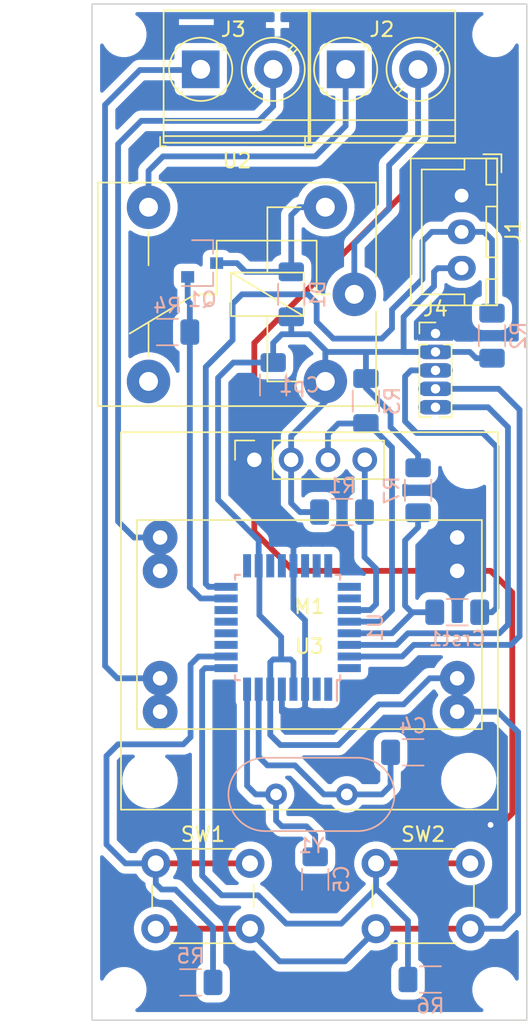
<source format=kicad_pcb>
(kicad_pcb (version 20171130) (host pcbnew "(5.1.9)-1")

  (general
    (thickness 1.6)
    (drawings 4)
    (tracks 243)
    (zones 0)
    (modules 28)
    (nets 20)
  )

  (page A4)
  (layers
    (0 F.Cu signal)
    (31 B.Cu signal)
    (32 B.Adhes user hide)
    (33 F.Adhes user hide)
    (34 B.Paste user hide)
    (35 F.Paste user hide)
    (36 B.SilkS user hide)
    (37 F.SilkS user hide)
    (38 B.Mask user hide)
    (39 F.Mask user hide)
    (40 Dwgs.User user hide)
    (41 Cmts.User user hide)
    (42 Eco1.User user hide)
    (43 Eco2.User user hide)
    (44 Edge.Cuts user hide)
    (45 Margin user hide)
    (46 B.CrtYd user hide)
    (47 F.CrtYd user hide)
    (48 B.Fab user hide)
    (49 F.Fab user hide)
  )

  (setup
    (last_trace_width 0.4)
    (trace_clearance 0.2)
    (zone_clearance 0.508)
    (zone_45_only no)
    (trace_min 0.2)
    (via_size 1.2)
    (via_drill 0.4)
    (via_min_size 0.4)
    (via_min_drill 0.3)
    (uvia_size 0.3)
    (uvia_drill 0.1)
    (uvias_allowed no)
    (uvia_min_size 0.2)
    (uvia_min_drill 0.1)
    (edge_width 0.05)
    (segment_width 0.2)
    (pcb_text_width 0.3)
    (pcb_text_size 1.5 1.5)
    (mod_edge_width 0.12)
    (mod_text_size 1 1)
    (mod_text_width 0.15)
    (pad_size 2.4 1)
    (pad_drill 0.65)
    (pad_to_mask_clearance 0)
    (aux_axis_origin 0 0)
    (grid_origin -14.2 -15.75)
    (visible_elements 7FFFFFFF)
    (pcbplotparams
      (layerselection 0x00000_fffffffe)
      (usegerberextensions false)
      (usegerberattributes true)
      (usegerberadvancedattributes true)
      (creategerberjobfile true)
      (excludeedgelayer false)
      (linewidth 0.100000)
      (plotframeref false)
      (viasonmask false)
      (mode 1)
      (useauxorigin false)
      (hpglpennumber 1)
      (hpglpenspeed 20)
      (hpglpendiameter 15.000000)
      (psnegative false)
      (psa4output false)
      (plotreference false)
      (plotvalue false)
      (plotinvisibletext false)
      (padsonsilk true)
      (subtractmaskfromsilk false)
      (outputformat 4)
      (mirror true)
      (drillshape 1)
      (scaleselection 1)
      (outputdirectory "output/"))
  )

  (net 0 "")
  (net 1 GND)
  (net 2 "Net-(D1-Pad2)")
  (net 3 TEMP_SENSE)
  (net 4 LOAD_B)
  (net 5 LOAD_A)
  (net 6 OLED_SDA)
  (net 7 OLED_SCL)
  (net 8 REL_SW)
  (net 9 DOWN_SET)
  (net 10 UP_SET)
  (net 11 "Net-(C4-Pad2)")
  (net 12 "Net-(C5-Pad2)")
  (net 13 VCC)
  (net 14 PRG_DTR)
  (net 15 RST)
  (net 16 PRG_TX)
  (net 17 PRG_RX)
  (net 18 /IN+)
  (net 19 /IN-)

  (net_class Default "This is the default net class."
    (clearance 0.2)
    (trace_width 0.4)
    (via_dia 1.2)
    (via_drill 0.4)
    (uvia_dia 0.3)
    (uvia_drill 0.1)
    (diff_pair_width 0.4)
    (diff_pair_gap 0.25)
    (add_net /IN+)
    (add_net /IN-)
    (add_net DOWN_SET)
    (add_net GND)
    (add_net LOAD_A)
    (add_net LOAD_B)
    (add_net "Net-(C4-Pad2)")
    (add_net "Net-(C5-Pad2)")
    (add_net "Net-(D1-Pad2)")
    (add_net "Net-(U1-Pad1)")
    (add_net "Net-(U1-Pad11)")
    (add_net "Net-(U1-Pad12)")
    (add_net "Net-(U1-Pad13)")
    (add_net "Net-(U1-Pad14)")
    (add_net "Net-(U1-Pad17)")
    (add_net "Net-(U1-Pad19)")
    (add_net "Net-(U1-Pad2)")
    (add_net "Net-(U1-Pad20)")
    (add_net "Net-(U1-Pad22)")
    (add_net "Net-(U1-Pad23)")
    (add_net "Net-(U1-Pad24)")
    (add_net "Net-(U1-Pad25)")
    (add_net "Net-(U1-Pad26)")
    (add_net "Net-(U1-Pad32)")
    (add_net "Net-(U2-Pad12)")
    (add_net OLED_SCL)
    (add_net OLED_SDA)
    (add_net PRG_DTR)
    (add_net PRG_RX)
    (add_net PRG_TX)
    (add_net REL_SW)
    (add_net RST)
    (add_net TEMP_SENSE)
    (add_net UP_SET)
    (add_net VCC)
  )

  (module parts:OLED-0.96 (layer F.Cu) (tedit 6110D916) (tstamp 61017E89)
    (at -15 -27.5)
    (descr "Through hole straight socket strip, 1x04, 2.54mm pitch, single row (from Kicad 4.0.7), script generated")
    (tags "Through hole socket strip THT 1x04 2.54mm single row")
    (path /610075DE)
    (fp_text reference M1 (at 0 -1) (layer F.SilkS)
      (effects (font (size 1 1) (thickness 0.15)))
    )
    (fp_text value OLED-0.96 (at 0 1.5) (layer F.Fab)
      (effects (font (size 1 1) (thickness 0.15)))
    )
    (fp_text user %R (at 0 -8) (layer F.Fab)
      (effects (font (size 1 1) (thickness 0.15)))
    )
    (fp_line (start -5.07 -9.83) (end -5.07 -11.735) (layer F.Fab) (width 0.1))
    (fp_line (start -5.07 -11.735) (end -4.435 -12.37) (layer F.Fab) (width 0.1))
    (fp_line (start -4.435 -12.37) (end 5.09 -12.37) (layer F.Fab) (width 0.1))
    (fp_line (start 5.09 -12.37) (end 5.09 -9.83) (layer F.Fab) (width 0.1))
    (fp_line (start 5.09 -9.83) (end -5.07 -9.83) (layer F.Fab) (width 0.1))
    (fp_line (start -2.53 -9.77) (end -2.53 -12.43) (layer F.SilkS) (width 0.12))
    (fp_line (start -2.53 -9.77) (end 5.15 -9.77) (layer F.SilkS) (width 0.12))
    (fp_line (start 5.15 -9.77) (end 5.15 -12.43) (layer F.SilkS) (width 0.12))
    (fp_line (start -2.53 -12.43) (end 5.15 -12.43) (layer F.SilkS) (width 0.12))
    (fp_line (start -5.13 -12.43) (end -3.8 -12.43) (layer F.SilkS) (width 0.12))
    (fp_line (start -5.13 -11.1) (end -5.13 -12.43) (layer F.SilkS) (width 0.12))
    (fp_line (start -5.6 -9.3) (end -5.6 -12.85) (layer F.CrtYd) (width 0.05))
    (fp_line (start -5.6 -12.85) (end 5.6 -12.85) (layer F.CrtYd) (width 0.05))
    (fp_line (start 5.6 -12.85) (end 5.6 -9.3) (layer F.CrtYd) (width 0.05))
    (fp_line (start 5.6 -9.3) (end -5.6 -9.3) (layer F.CrtYd) (width 0.05))
    (fp_line (start 13 -13) (end 13 13) (layer F.SilkS) (width 0.12))
    (fp_line (start 13 13) (end -13 13) (layer F.SilkS) (width 0.12))
    (fp_line (start -13 13) (end -13 -13) (layer F.SilkS) (width 0.12))
    (fp_line (start -13 -13) (end 13 -13) (layer F.SilkS) (width 0.12))
    (pad "" np_thru_hole circle (at -11 11) (size 2.8 2.8) (drill 2.8) (layers *.Cu *.Mask))
    (pad "" np_thru_hole circle (at -11 -11) (size 2.8 2.8) (drill 2.8) (layers *.Cu *.Mask))
    (pad "" np_thru_hole circle (at 11 11) (size 2.8 2.8) (drill 2.8) (layers *.Cu *.Mask))
    (pad "" np_thru_hole circle (at 11 -11) (size 2.8 2.8) (drill 2.8) (layers *.Cu *.Mask))
    (pad 4 thru_hole oval (at 3.82 -11.1 90) (size 1.7 1.7) (drill 1) (layers *.Cu *.Mask)
      (net 6 OLED_SDA))
    (pad 3 thru_hole oval (at 1.28 -11.1 90) (size 1.7 1.7) (drill 1) (layers *.Cu *.Mask)
      (net 7 OLED_SCL))
    (pad 2 thru_hole oval (at -1.26 -11.1 90) (size 1.7 1.7) (drill 1) (layers *.Cu *.Mask)
      (net 13 VCC))
    (pad 1 thru_hole rect (at -3.8 -11.1 90) (size 1.7 1.7) (drill 1) (layers *.Cu *.Mask)
      (net 1 GND))
    (model ${KISYS3DMOD}/Connector_PinSocket_2.54mm.3dshapes/PinSocket_1x04_P2.54mm_Vertical.wrl
      (offset (xyz 3.8 11.1 0))
      (scale (xyz 1 1 1))
      (rotate (xyz 0 0 90))
    )
    (model "C:/Users/Alex/Downloads/oled-tft-0-96-inch-64x128-monochrome-i2c-1.snapshot.2/OLED TFT 0.96 inch 64x128 monochrome.STEP"
      (offset (xyz 0 12.5 9.5))
      (scale (xyz 1 1 1))
      (rotate (xyz -90 0 0))
    )
  )

  (module Crystal:Crystal_HC49-4H_Vertical (layer B.Cu) (tedit 5A1AD3B7) (tstamp 6101A087)
    (at -17.3 -15.55)
    (descr "Crystal THT HC-49-4H http://5hertz.com/pdfs/04404_D.pdf")
    (tags "THT crystalHC-49-4H")
    (path /611836C4)
    (fp_text reference Y1 (at 2.44 3.525) (layer B.SilkS)
      (effects (font (size 1 1) (thickness 0.15)) (justify mirror))
    )
    (fp_text value 8Mhz (at 2.44 -3.525) (layer B.Fab)
      (effects (font (size 1 1) (thickness 0.15)) (justify mirror))
    )
    (fp_arc (start 5.64 0) (end 5.64 2.525) (angle -180) (layer B.SilkS) (width 0.12))
    (fp_arc (start -0.76 0) (end -0.76 2.525) (angle 180) (layer B.SilkS) (width 0.12))
    (fp_arc (start 5.44 0) (end 5.44 2) (angle -180) (layer B.Fab) (width 0.1))
    (fp_arc (start -0.56 0) (end -0.56 2) (angle 180) (layer B.Fab) (width 0.1))
    (fp_arc (start 5.64 0) (end 5.64 2.325) (angle -180) (layer B.Fab) (width 0.1))
    (fp_arc (start -0.76 0) (end -0.76 2.325) (angle 180) (layer B.Fab) (width 0.1))
    (fp_text user %R (at 2.44 0) (layer B.Fab)
      (effects (font (size 1 1) (thickness 0.15)) (justify mirror))
    )
    (fp_line (start -0.76 2.325) (end 5.64 2.325) (layer B.Fab) (width 0.1))
    (fp_line (start -0.76 -2.325) (end 5.64 -2.325) (layer B.Fab) (width 0.1))
    (fp_line (start -0.56 2) (end 5.44 2) (layer B.Fab) (width 0.1))
    (fp_line (start -0.56 -2) (end 5.44 -2) (layer B.Fab) (width 0.1))
    (fp_line (start -0.76 2.525) (end 5.64 2.525) (layer B.SilkS) (width 0.12))
    (fp_line (start -0.76 -2.525) (end 5.64 -2.525) (layer B.SilkS) (width 0.12))
    (fp_line (start -3.6 2.8) (end -3.6 -2.8) (layer B.CrtYd) (width 0.05))
    (fp_line (start -3.6 -2.8) (end 8.5 -2.8) (layer B.CrtYd) (width 0.05))
    (fp_line (start 8.5 -2.8) (end 8.5 2.8) (layer B.CrtYd) (width 0.05))
    (fp_line (start 8.5 2.8) (end -3.6 2.8) (layer B.CrtYd) (width 0.05))
    (pad 2 thru_hole circle (at 4.88 0) (size 1.5 1.5) (drill 0.8) (layers *.Cu *.Mask)
      (net 11 "Net-(C4-Pad2)"))
    (pad 1 thru_hole circle (at 0 0) (size 1.5 1.5) (drill 0.8) (layers *.Cu *.Mask)
      (net 12 "Net-(C5-Pad2)"))
    (model ${KISYS3DMOD}/Crystal.3dshapes/Crystal_HC49-4H_Vertical.wrl
      (at (xyz 0 0 0))
      (scale (xyz 1 1 1))
      (rotate (xyz 0 0 0))
    )
  )

  (module Relay_THT:Relay_SPDT_Finder_36.11 (layer F.Cu) (tedit 5D3F5A07) (tstamp 6111615C)
    (at -11.9 -50 180)
    (descr "FINDER 36.11, SPDT relay, 10A, https://gfinder.findernet.com/public/attachments/36/EN/S36EN.pdf")
    (tags "spdt relay")
    (path /61016D14)
    (fp_text reference U2 (at 8.1 9.2) (layer F.SilkS)
      (effects (font (size 1 1) (thickness 0.15)))
    )
    (fp_text value relay (at 8 -9.6) (layer F.Fab)
      (effects (font (size 1 1) (thickness 0.15)))
    )
    (fp_text user %R (at 7.1 0.025) (layer F.Fab)
      (effects (font (size 1 1) (thickness 0.15)))
    )
    (fp_line (start -1.5 1.2) (end -1.5 7.7) (layer F.SilkS) (width 0.12))
    (fp_line (start -1.5 -7.7) (end -1.5 -1.2) (layer F.SilkS) (width 0.12))
    (fp_line (start -1.5 -7.7) (end 17.7 -7.7) (layer F.SilkS) (width 0.12))
    (fp_line (start 17.7 -7.7) (end 17.7 7.7) (layer F.SilkS) (width 0.12))
    (fp_line (start 17.7 7.7) (end -1.5 7.7) (layer F.SilkS) (width 0.12))
    (fp_line (start -1.4 -7.6) (end 17.6 -7.6) (layer F.Fab) (width 0.1))
    (fp_line (start 17.6 -7.6) (end 17.6 7.6) (layer F.Fab) (width 0.1))
    (fp_line (start 17.6 7.6) (end -1.4 7.6) (layer F.Fab) (width 0.1))
    (fp_line (start -1.4 7.6) (end -1.4 -7.6) (layer F.Fab) (width 0.1))
    (fp_line (start 17.85 -7.85) (end -1.75 -7.85) (layer F.CrtYd) (width 0.05))
    (fp_line (start -1.75 7.85) (end -1.75 -7.85) (layer F.CrtYd) (width 0.05))
    (fp_line (start 17.85 -7.85) (end 17.85 7.85) (layer F.CrtYd) (width 0.05))
    (fp_line (start -1.75 7.85) (end 17.85 7.85) (layer F.CrtYd) (width 0.05))
    (fp_line (start 14.2 4.3) (end 14.2 2) (layer F.SilkS) (width 0.12))
    (fp_line (start 14.2 -4.3) (end 14.2 -2) (layer F.SilkS) (width 0.12))
    (fp_line (start 3.7 6) (end 6 6) (layer F.SilkS) (width 0.12))
    (fp_line (start 2.6 0) (end 1.7 0) (layer F.SilkS) (width 0.12))
    (fp_line (start 6 -6) (end 3.7 -6) (layer F.SilkS) (width 0.12))
    (fp_line (start 9.5 0) (end 11 0) (layer F.SilkS) (width 0.12))
    (fp_line (start 11 0) (end 15.5 -2.7) (layer F.SilkS) (width 0.12))
    (fp_line (start 9.5 3.7) (end 2.6 3.7) (layer F.SilkS) (width 0.12))
    (fp_line (start 9.5 0) (end 9.5 3.7) (layer F.SilkS) (width 0.12))
    (fp_line (start 2.6 0) (end 2.6 3.7) (layer F.SilkS) (width 0.12))
    (fp_line (start 6 -6) (end 6 -1.5) (layer F.SilkS) (width 0.12))
    (fp_line (start 6 1.5) (end 6 6) (layer F.SilkS) (width 0.12))
    (fp_line (start 8.5 1.5) (end 3.5 -1.5) (layer F.SilkS) (width 0.12))
    (fp_line (start 3.5 1.5) (end 3.5 -1.5) (layer F.SilkS) (width 0.12))
    (fp_line (start 3.5 -1.5) (end 8.5 -1.5) (layer F.SilkS) (width 0.12))
    (fp_line (start 8.5 -1.5) (end 8.5 1.5) (layer F.SilkS) (width 0.12))
    (fp_line (start 8.5 1.5) (end 3.5 1.5) (layer F.SilkS) (width 0.12))
    (pad 11 thru_hole circle (at 0 0 180) (size 3 3) (drill 1.3) (layers *.Cu *.Mask)
      (net 5 LOAD_A))
    (pad A2 thru_hole circle (at 2 -6 180) (size 3 3) (drill 1.3) (layers *.Cu *.Mask)
      (net 13 VCC))
    (pad 12 thru_hole circle (at 14.2 -6 180) (size 3 3) (drill 1.3) (layers *.Cu *.Mask))
    (pad 14 thru_hole circle (at 14.2 6 180) (size 3 3) (drill 1.3) (layers *.Cu *.Mask)
      (net 4 LOAD_B))
    (pad A1 thru_hole circle (at 2 6 180) (size 3 3) (drill 1.3) (layers *.Cu *.Mask)
      (net 2 "Net-(D1-Pad2)"))
    (model ${KISYS3DMOD}/Relay_THT.3dshapes/Relay_SPDT_Finder_36.11.wrl
      (at (xyz 0 0 0))
      (scale (xyz 1 1 1))
      (rotate (xyz 0 0 0))
    )
  )

  (module parts:DC-DC (layer F.Cu) (tedit 61006BF1) (tstamp 61013024)
    (at -15 -27.25)
    (path /610AC5CA)
    (fp_text reference U3 (at 0 1.5) (layer F.SilkS)
      (effects (font (size 1 1) (thickness 0.15)))
    )
    (fp_text value DC-DC (at 0 -1.5) (layer F.Fab)
      (effects (font (size 1 1) (thickness 0.15)))
    )
    (fp_line (start -11.9 -7.2) (end 11.9 -7.2) (layer F.SilkS) (width 0.12))
    (fp_line (start -11.9 7.2) (end -11.9 -7.2) (layer F.SilkS) (width 0.12))
    (fp_line (start 11.9 7.2) (end -11.9 7.2) (layer F.SilkS) (width 0.12))
    (fp_line (start 11.9 -7.2) (end 11.9 7.2) (layer F.SilkS) (width 0.12))
    (pad 2 thru_hole circle (at -10.3 6) (size 2.4 2.4) (drill 1) (layers *.Cu *.Mask)
      (net 18 /IN+))
    (pad 2 thru_hole circle (at -10.3 3.7) (size 2.4 2.4) (drill 1) (layers *.Cu *.Mask)
      (net 18 /IN+))
    (pad 1 thru_hole circle (at -10.3 -3.7) (size 2.4 2.4) (drill 1) (layers *.Cu *.Mask)
      (net 19 /IN-))
    (pad 1 thru_hole circle (at -10.3 -6) (size 2.4 2.4) (drill 1) (layers *.Cu *.Mask)
      (net 19 /IN-))
    (pad 3 thru_hole circle (at 10.2 6) (size 2.4 2.4) (drill 1) (layers *.Cu *.Mask)
      (net 13 VCC))
    (pad 3 thru_hole circle (at 10.2 3.7) (size 2.4 2.4) (drill 1) (layers *.Cu *.Mask)
      (net 13 VCC))
    (pad 4 thru_hole circle (at 10.2 -3.7) (size 2.4 2.4) (drill 1) (layers *.Cu *.Mask)
      (net 1 GND))
    (pad 4 thru_hole circle (at 10.2 -6) (size 2.4 2.4) (drill 1) (layers *.Cu *.Mask)
      (net 1 GND))
  )

  (module Connector_PinHeader_1.27mm:PinHeader_1x05_P1.27mm_Vertical (layer F.Cu) (tedit 6101CA59) (tstamp 61019E6B)
    (at -6.3 -47.3)
    (descr "Through hole straight pin header, 1x05, 1.27mm pitch, single row")
    (tags "Through hole pin header THT 1x05 1.27mm single row")
    (path /61209F29)
    (fp_text reference J4 (at 0 -1.695) (layer F.SilkS)
      (effects (font (size 1 1) (thickness 0.15)))
    )
    (fp_text value PRG (at 0 6.775) (layer F.Fab)
      (effects (font (size 1 1) (thickness 0.15)))
    )
    (fp_line (start 1.55 -1.15) (end -1.55 -1.15) (layer F.CrtYd) (width 0.05))
    (fp_line (start 1.55 6.25) (end 1.55 -1.15) (layer F.CrtYd) (width 0.05))
    (fp_line (start -1.55 6.25) (end 1.55 6.25) (layer F.CrtYd) (width 0.05))
    (fp_line (start -1.55 -1.15) (end -1.55 6.25) (layer F.CrtYd) (width 0.05))
    (fp_line (start -1.11 -0.76) (end 0 -0.76) (layer F.SilkS) (width 0.12))
    (fp_line (start -1.11 0) (end -1.11 -0.76) (layer F.SilkS) (width 0.12))
    (fp_line (start 0.563471 0.76) (end 1.11 0.76) (layer F.SilkS) (width 0.12))
    (fp_line (start -1.11 0.76) (end -0.563471 0.76) (layer F.SilkS) (width 0.12))
    (fp_line (start 1.11 0.76) (end 1.11 5.775) (layer F.SilkS) (width 0.12))
    (fp_line (start -1.11 0.76) (end -1.11 5.775) (layer F.SilkS) (width 0.12))
    (fp_line (start 0.30753 5.775) (end 1.11 5.775) (layer F.SilkS) (width 0.12))
    (fp_line (start -1.11 5.775) (end -0.30753 5.775) (layer F.SilkS) (width 0.12))
    (fp_line (start -1.05 -0.11) (end -0.525 -0.635) (layer F.Fab) (width 0.1))
    (fp_line (start -1.05 5.715) (end -1.05 -0.11) (layer F.Fab) (width 0.1))
    (fp_line (start 1.05 5.715) (end -1.05 5.715) (layer F.Fab) (width 0.1))
    (fp_line (start 1.05 -0.635) (end 1.05 5.715) (layer F.Fab) (width 0.1))
    (fp_line (start -0.525 -0.635) (end 1.05 -0.635) (layer F.Fab) (width 0.1))
    (fp_text user %R (at 0 2.54 90) (layer F.Fab)
      (effects (font (size 1 1) (thickness 0.15)))
    )
    (pad 5 thru_hole oval (at 0 5.08) (size 2.4 1) (drill 0.65) (layers *.Cu *.Mask)
      (net 17 PRG_RX))
    (pad 4 thru_hole oval (at 0 3.81) (size 2.4 1) (drill 0.65) (layers *.Cu *.Mask)
      (net 16 PRG_TX))
    (pad 3 thru_hole oval (at 0 2.54) (size 2.4 1) (drill 0.65) (layers *.Cu *.Mask)
      (net 14 PRG_DTR))
    (pad 2 thru_hole oval (at 0 1.27) (size 2.4 1) (drill 0.65) (layers *.Cu *.Mask)
      (net 13 VCC))
    (pad 1 thru_hole rect (at 0 0) (size 2.4 1) (drill 0.65) (layers *.Cu *.Mask)
      (net 1 GND))
    (model ${KISYS3DMOD}/Connector_PinHeader_1.27mm.3dshapes/PinHeader_1x05_P1.27mm_Vertical.wrl
      (at (xyz 0 0 0))
      (scale (xyz 1 1 1))
      (rotate (xyz 0 0 0))
    )
  )

  (module Connector_JST:JST_XH_B3B-XH-A_1x03_P2.50mm_Vertical (layer F.Cu) (tedit 5C28146C) (tstamp 61012EA4)
    (at -4.5 -56.8 270)
    (descr "JST XH series connector, B3B-XH-A (http://www.jst-mfg.com/product/pdf/eng/eXH.pdf), generated with kicad-footprint-generator")
    (tags "connector JST XH vertical")
    (path /61043486)
    (fp_text reference J1 (at 2.5 -3.55 90) (layer F.SilkS)
      (effects (font (size 1 1) (thickness 0.15)))
    )
    (fp_text value Conn_01x03 (at 2.5 4.6 90) (layer F.Fab)
      (effects (font (size 1 1) (thickness 0.15)))
    )
    (fp_line (start -2.85 -2.75) (end -2.85 -1.5) (layer F.SilkS) (width 0.12))
    (fp_line (start -1.6 -2.75) (end -2.85 -2.75) (layer F.SilkS) (width 0.12))
    (fp_line (start 6.8 2.75) (end 2.5 2.75) (layer F.SilkS) (width 0.12))
    (fp_line (start 6.8 -0.2) (end 6.8 2.75) (layer F.SilkS) (width 0.12))
    (fp_line (start 7.55 -0.2) (end 6.8 -0.2) (layer F.SilkS) (width 0.12))
    (fp_line (start -1.8 2.75) (end 2.5 2.75) (layer F.SilkS) (width 0.12))
    (fp_line (start -1.8 -0.2) (end -1.8 2.75) (layer F.SilkS) (width 0.12))
    (fp_line (start -2.55 -0.2) (end -1.8 -0.2) (layer F.SilkS) (width 0.12))
    (fp_line (start 7.55 -2.45) (end 5.75 -2.45) (layer F.SilkS) (width 0.12))
    (fp_line (start 7.55 -1.7) (end 7.55 -2.45) (layer F.SilkS) (width 0.12))
    (fp_line (start 5.75 -1.7) (end 7.55 -1.7) (layer F.SilkS) (width 0.12))
    (fp_line (start 5.75 -2.45) (end 5.75 -1.7) (layer F.SilkS) (width 0.12))
    (fp_line (start -0.75 -2.45) (end -2.55 -2.45) (layer F.SilkS) (width 0.12))
    (fp_line (start -0.75 -1.7) (end -0.75 -2.45) (layer F.SilkS) (width 0.12))
    (fp_line (start -2.55 -1.7) (end -0.75 -1.7) (layer F.SilkS) (width 0.12))
    (fp_line (start -2.55 -2.45) (end -2.55 -1.7) (layer F.SilkS) (width 0.12))
    (fp_line (start 4.25 -2.45) (end 0.75 -2.45) (layer F.SilkS) (width 0.12))
    (fp_line (start 4.25 -1.7) (end 4.25 -2.45) (layer F.SilkS) (width 0.12))
    (fp_line (start 0.75 -1.7) (end 4.25 -1.7) (layer F.SilkS) (width 0.12))
    (fp_line (start 0.75 -2.45) (end 0.75 -1.7) (layer F.SilkS) (width 0.12))
    (fp_line (start 0 -1.35) (end 0.625 -2.35) (layer F.Fab) (width 0.1))
    (fp_line (start -0.625 -2.35) (end 0 -1.35) (layer F.Fab) (width 0.1))
    (fp_line (start 7.95 -2.85) (end -2.95 -2.85) (layer F.CrtYd) (width 0.05))
    (fp_line (start 7.95 3.9) (end 7.95 -2.85) (layer F.CrtYd) (width 0.05))
    (fp_line (start -2.95 3.9) (end 7.95 3.9) (layer F.CrtYd) (width 0.05))
    (fp_line (start -2.95 -2.85) (end -2.95 3.9) (layer F.CrtYd) (width 0.05))
    (fp_line (start 7.56 -2.46) (end -2.56 -2.46) (layer F.SilkS) (width 0.12))
    (fp_line (start 7.56 3.51) (end 7.56 -2.46) (layer F.SilkS) (width 0.12))
    (fp_line (start -2.56 3.51) (end 7.56 3.51) (layer F.SilkS) (width 0.12))
    (fp_line (start -2.56 -2.46) (end -2.56 3.51) (layer F.SilkS) (width 0.12))
    (fp_line (start 7.45 -2.35) (end -2.45 -2.35) (layer F.Fab) (width 0.1))
    (fp_line (start 7.45 3.4) (end 7.45 -2.35) (layer F.Fab) (width 0.1))
    (fp_line (start -2.45 3.4) (end 7.45 3.4) (layer F.Fab) (width 0.1))
    (fp_line (start -2.45 -2.35) (end -2.45 3.4) (layer F.Fab) (width 0.1))
    (fp_text user %R (at 2.5 2.7 90) (layer F.Fab)
      (effects (font (size 1 1) (thickness 0.15)))
    )
    (pad 3 thru_hole oval (at 5 0 270) (size 1.7 1.95) (drill 0.95) (layers *.Cu *.Mask)
      (net 13 VCC))
    (pad 2 thru_hole oval (at 2.5 0 270) (size 1.7 1.95) (drill 0.95) (layers *.Cu *.Mask)
      (net 3 TEMP_SENSE))
    (pad 1 thru_hole roundrect (at 0 0 270) (size 1.7 1.95) (drill 0.95) (layers *.Cu *.Mask) (roundrect_rratio 0.1470588235294118)
      (net 1 GND))
    (model ${KISYS3DMOD}/Connector_JST.3dshapes/JST_XH_B3B-XH-A_1x03_P2.50mm_Vertical.wrl
      (at (xyz 0 0 0))
      (scale (xyz 1 1 1))
      (rotate (xyz 0 0 0))
    )
  )

  (module TerminalBlock_Phoenix:TerminalBlock_Phoenix_PT-1,5-2-5.0-H_1x02_P5.00mm_Horizontal (layer F.Cu) (tedit 5B294F69) (tstamp 6103261F)
    (at -22.5 -65.5)
    (descr "Terminal Block Phoenix PT-1,5-2-5.0-H, 2 pins, pitch 5mm, size 10x9mm^2, drill diamater 1.3mm, pad diameter 2.6mm, see http://www.mouser.com/ds/2/324/ItemDetail_1935161-922578.pdf, script-generated using https://github.com/pointhi/kicad-footprint-generator/scripts/TerminalBlock_Phoenix")
    (tags "THT Terminal Block Phoenix PT-1,5-2-5.0-H pitch 5mm size 10x9mm^2 drill 1.3mm pad 2.6mm")
    (path /610B5C42)
    (fp_text reference J3 (at 2.25 -2.75) (layer F.SilkS)
      (effects (font (size 1 1) (thickness 0.15)))
    )
    (fp_text value PWR (at 2.5 6.06) (layer F.Fab)
      (effects (font (size 1 1) (thickness 0.15)))
    )
    (fp_line (start 8 -4.5) (end -3 -4.5) (layer F.CrtYd) (width 0.05))
    (fp_line (start 8 5.5) (end 8 -4.5) (layer F.CrtYd) (width 0.05))
    (fp_line (start -3 5.5) (end 8 5.5) (layer F.CrtYd) (width 0.05))
    (fp_line (start -3 -4.5) (end -3 5.5) (layer F.CrtYd) (width 0.05))
    (fp_line (start -2.8 5.3) (end -2.4 5.3) (layer F.SilkS) (width 0.12))
    (fp_line (start -2.8 4.66) (end -2.8 5.3) (layer F.SilkS) (width 0.12))
    (fp_line (start 3.742 0.992) (end 3.347 1.388) (layer F.SilkS) (width 0.12))
    (fp_line (start 6.388 -1.654) (end 6.008 -1.274) (layer F.SilkS) (width 0.12))
    (fp_line (start 3.993 1.274) (end 3.613 1.654) (layer F.SilkS) (width 0.12))
    (fp_line (start 6.654 -1.388) (end 6.259 -0.992) (layer F.SilkS) (width 0.12))
    (fp_line (start 6.273 -1.517) (end 3.484 1.273) (layer F.Fab) (width 0.1))
    (fp_line (start 6.517 -1.273) (end 3.728 1.517) (layer F.Fab) (width 0.1))
    (fp_line (start -1.548 1.281) (end -1.654 1.388) (layer F.SilkS) (width 0.12))
    (fp_line (start 1.388 -1.654) (end 1.281 -1.547) (layer F.SilkS) (width 0.12))
    (fp_line (start -1.282 1.547) (end -1.388 1.654) (layer F.SilkS) (width 0.12))
    (fp_line (start 1.654 -1.388) (end 1.547 -1.281) (layer F.SilkS) (width 0.12))
    (fp_line (start 1.273 -1.517) (end -1.517 1.273) (layer F.Fab) (width 0.1))
    (fp_line (start 1.517 -1.273) (end -1.273 1.517) (layer F.Fab) (width 0.1))
    (fp_line (start 7.56 -4.06) (end 7.56 5.06) (layer F.SilkS) (width 0.12))
    (fp_line (start -2.56 -4.06) (end -2.56 5.06) (layer F.SilkS) (width 0.12))
    (fp_line (start -2.56 5.06) (end 7.56 5.06) (layer F.SilkS) (width 0.12))
    (fp_line (start -2.56 -4.06) (end 7.56 -4.06) (layer F.SilkS) (width 0.12))
    (fp_line (start -2.56 3.5) (end 7.56 3.5) (layer F.SilkS) (width 0.12))
    (fp_line (start -2.5 3.5) (end 7.5 3.5) (layer F.Fab) (width 0.1))
    (fp_line (start -2.56 4.6) (end 7.56 4.6) (layer F.SilkS) (width 0.12))
    (fp_line (start -2.5 4.6) (end 7.5 4.6) (layer F.Fab) (width 0.1))
    (fp_line (start -2.5 4.6) (end -2.5 -4) (layer F.Fab) (width 0.1))
    (fp_line (start -2.1 5) (end -2.5 4.6) (layer F.Fab) (width 0.1))
    (fp_line (start 7.5 5) (end -2.1 5) (layer F.Fab) (width 0.1))
    (fp_line (start 7.5 -4) (end 7.5 5) (layer F.Fab) (width 0.1))
    (fp_line (start -2.5 -4) (end 7.5 -4) (layer F.Fab) (width 0.1))
    (fp_circle (center 5 0) (end 7.18 0) (layer F.SilkS) (width 0.12))
    (fp_circle (center 5 0) (end 7 0) (layer F.Fab) (width 0.1))
    (fp_circle (center 0 0) (end 2.18 0) (layer F.SilkS) (width 0.12))
    (fp_circle (center 0 0) (end 2 0) (layer F.Fab) (width 0.1))
    (fp_text user %R (at 2.5 2.9) (layer F.Fab)
      (effects (font (size 1 1) (thickness 0.15)))
    )
    (pad 2 thru_hole circle (at 5 0) (size 2.6 2.6) (drill 1.3) (layers *.Cu *.Mask)
      (net 19 /IN-))
    (pad 1 thru_hole rect (at 0 0) (size 2.6 2.6) (drill 1.3) (layers *.Cu *.Mask)
      (net 18 /IN+))
    (model ${KISYS3DMOD}/TerminalBlock_Phoenix.3dshapes/TerminalBlock_Phoenix_PT-1,5-2-5.0-H_1x02_P5.00mm_Horizontal.wrl
      (at (xyz 0 0 0))
      (scale (xyz 1 1 1))
      (rotate (xyz 0 0 0))
    )
  )

  (module Resistor_SMD:R_1206_3216Metric_Pad1.30x1.75mm_HandSolder (layer B.Cu) (tedit 5F68FEEE) (tstamp 61012F3E)
    (at -12.75 -35 180)
    (descr "Resistor SMD 1206 (3216 Metric), square (rectangular) end terminal, IPC_7351 nominal with elongated pad for handsoldering. (Body size source: IPC-SM-782 page 72, https://www.pcb-3d.com/wordpress/wp-content/uploads/ipc-sm-782a_amendment_1_and_2.pdf), generated with kicad-footprint-generator")
    (tags "resistor handsolder")
    (path /6100E731)
    (attr smd)
    (fp_text reference R1 (at 0 1.82 180) (layer B.SilkS)
      (effects (font (size 1 1) (thickness 0.15)) (justify mirror))
    )
    (fp_text value 4.7k (at 0 -1.82 180) (layer B.Fab)
      (effects (font (size 1 1) (thickness 0.15)) (justify mirror))
    )
    (fp_line (start 2.45 -1.12) (end -2.45 -1.12) (layer B.CrtYd) (width 0.05))
    (fp_line (start 2.45 1.12) (end 2.45 -1.12) (layer B.CrtYd) (width 0.05))
    (fp_line (start -2.45 1.12) (end 2.45 1.12) (layer B.CrtYd) (width 0.05))
    (fp_line (start -2.45 -1.12) (end -2.45 1.12) (layer B.CrtYd) (width 0.05))
    (fp_line (start -0.727064 -0.91) (end 0.727064 -0.91) (layer B.SilkS) (width 0.12))
    (fp_line (start -0.727064 0.91) (end 0.727064 0.91) (layer B.SilkS) (width 0.12))
    (fp_line (start 1.6 -0.8) (end -1.6 -0.8) (layer B.Fab) (width 0.1))
    (fp_line (start 1.6 0.8) (end 1.6 -0.8) (layer B.Fab) (width 0.1))
    (fp_line (start -1.6 0.8) (end 1.6 0.8) (layer B.Fab) (width 0.1))
    (fp_line (start -1.6 -0.8) (end -1.6 0.8) (layer B.Fab) (width 0.1))
    (fp_text user %R (at 0 0 180) (layer B.Fab)
      (effects (font (size 0.8 0.8) (thickness 0.12)) (justify mirror))
    )
    (pad 2 smd roundrect (at 1.55 0 180) (size 1.3 1.75) (layers B.Cu B.Paste B.Mask) (roundrect_rratio 0.1923076923076923)
      (net 13 VCC))
    (pad 1 smd roundrect (at -1.55 0 180) (size 1.3 1.75) (layers B.Cu B.Paste B.Mask) (roundrect_rratio 0.1923076923076923)
      (net 6 OLED_SDA))
    (model ${KISYS3DMOD}/Resistor_SMD.3dshapes/R_1206_3216Metric.wrl
      (at (xyz 0 0 0))
      (scale (xyz 1 1 1))
      (rotate (xyz 0 0 0))
    )
  )

  (module TerminalBlock_Phoenix:TerminalBlock_Phoenix_PT-1,5-2-5.0-H_1x02_P5.00mm_Horizontal (layer F.Cu) (tedit 5B294F69) (tstamp 6101801F)
    (at -12.5 -65.5)
    (descr "Terminal Block Phoenix PT-1,5-2-5.0-H, 2 pins, pitch 5mm, size 10x9mm^2, drill diamater 1.3mm, pad diameter 2.6mm, see http://www.mouser.com/ds/2/324/ItemDetail_1935161-922578.pdf, script-generated using https://github.com/pointhi/kicad-footprint-generator/scripts/TerminalBlock_Phoenix")
    (tags "THT Terminal Block Phoenix PT-1,5-2-5.0-H pitch 5mm size 10x9mm^2 drill 1.3mm pad 2.6mm")
    (path /6103B252)
    (fp_text reference J2 (at 2.5 -2.75) (layer F.SilkS)
      (effects (font (size 1 1) (thickness 0.15)))
    )
    (fp_text value LOAD (at 2.5 6.06) (layer F.Fab)
      (effects (font (size 1 1) (thickness 0.15)))
    )
    (fp_line (start 8 -4.5) (end -3 -4.5) (layer F.CrtYd) (width 0.05))
    (fp_line (start 8 5.5) (end 8 -4.5) (layer F.CrtYd) (width 0.05))
    (fp_line (start -3 5.5) (end 8 5.5) (layer F.CrtYd) (width 0.05))
    (fp_line (start -3 -4.5) (end -3 5.5) (layer F.CrtYd) (width 0.05))
    (fp_line (start -2.8 5.3) (end -2.4 5.3) (layer F.SilkS) (width 0.12))
    (fp_line (start -2.8 4.66) (end -2.8 5.3) (layer F.SilkS) (width 0.12))
    (fp_line (start 3.742 0.992) (end 3.347 1.388) (layer F.SilkS) (width 0.12))
    (fp_line (start 6.388 -1.654) (end 6.008 -1.274) (layer F.SilkS) (width 0.12))
    (fp_line (start 3.993 1.274) (end 3.613 1.654) (layer F.SilkS) (width 0.12))
    (fp_line (start 6.654 -1.388) (end 6.259 -0.992) (layer F.SilkS) (width 0.12))
    (fp_line (start 6.273 -1.517) (end 3.484 1.273) (layer F.Fab) (width 0.1))
    (fp_line (start 6.517 -1.273) (end 3.728 1.517) (layer F.Fab) (width 0.1))
    (fp_line (start -1.548 1.281) (end -1.654 1.388) (layer F.SilkS) (width 0.12))
    (fp_line (start 1.388 -1.654) (end 1.281 -1.547) (layer F.SilkS) (width 0.12))
    (fp_line (start -1.282 1.547) (end -1.388 1.654) (layer F.SilkS) (width 0.12))
    (fp_line (start 1.654 -1.388) (end 1.547 -1.281) (layer F.SilkS) (width 0.12))
    (fp_line (start 1.273 -1.517) (end -1.517 1.273) (layer F.Fab) (width 0.1))
    (fp_line (start 1.517 -1.273) (end -1.273 1.517) (layer F.Fab) (width 0.1))
    (fp_line (start 7.56 -4.06) (end 7.56 5.06) (layer F.SilkS) (width 0.12))
    (fp_line (start -2.56 -4.06) (end -2.56 5.06) (layer F.SilkS) (width 0.12))
    (fp_line (start -2.56 5.06) (end 7.56 5.06) (layer F.SilkS) (width 0.12))
    (fp_line (start -2.56 -4.06) (end 7.56 -4.06) (layer F.SilkS) (width 0.12))
    (fp_line (start -2.56 3.5) (end 7.56 3.5) (layer F.SilkS) (width 0.12))
    (fp_line (start -2.5 3.5) (end 7.5 3.5) (layer F.Fab) (width 0.1))
    (fp_line (start -2.56 4.6) (end 7.56 4.6) (layer F.SilkS) (width 0.12))
    (fp_line (start -2.5 4.6) (end 7.5 4.6) (layer F.Fab) (width 0.1))
    (fp_line (start -2.5 4.6) (end -2.5 -4) (layer F.Fab) (width 0.1))
    (fp_line (start -2.1 5) (end -2.5 4.6) (layer F.Fab) (width 0.1))
    (fp_line (start 7.5 5) (end -2.1 5) (layer F.Fab) (width 0.1))
    (fp_line (start 7.5 -4) (end 7.5 5) (layer F.Fab) (width 0.1))
    (fp_line (start -2.5 -4) (end 7.5 -4) (layer F.Fab) (width 0.1))
    (fp_circle (center 5 0) (end 7.18 0) (layer F.SilkS) (width 0.12))
    (fp_circle (center 5 0) (end 7 0) (layer F.Fab) (width 0.1))
    (fp_circle (center 0 0) (end 2.18 0) (layer F.SilkS) (width 0.12))
    (fp_circle (center 0 0) (end 2 0) (layer F.Fab) (width 0.1))
    (fp_text user %R (at 2.5 2.9) (layer F.Fab)
      (effects (font (size 1 1) (thickness 0.15)))
    )
    (pad 2 thru_hole circle (at 5 0) (size 2.6 2.6) (drill 1.3) (layers *.Cu *.Mask)
      (net 5 LOAD_A))
    (pad 1 thru_hole rect (at 0 0) (size 2.6 2.6) (drill 1.3) (layers *.Cu *.Mask)
      (net 4 LOAD_B))
    (model ${KISYS3DMOD}/TerminalBlock_Phoenix.3dshapes/TerminalBlock_Phoenix_PT-1,5-2-5.0-H_1x02_P5.00mm_Horizontal.wrl
      (at (xyz 0 0 0))
      (scale (xyz 1 1 1))
      (rotate (xyz 0 0 0))
    )
  )

  (module Package_QFP:TQFP-32_7x7mm_P0.8mm (layer B.Cu) (tedit 5A02F146) (tstamp 6101B9D3)
    (at -16.5 -27.05 90)
    (descr "32-Lead Plastic Thin Quad Flatpack (PT) - 7x7x1.0 mm Body, 2.00 mm [TQFP] (see Microchip Packaging Specification 00000049BS.pdf)")
    (tags "QFP 0.8")
    (path /61176B03)
    (attr smd)
    (fp_text reference U1 (at 0 6.05 90) (layer B.SilkS)
      (effects (font (size 1 1) (thickness 0.15)) (justify mirror))
    )
    (fp_text value ATmega328P-AU-complete (at 0 -6.05 90) (layer B.Fab)
      (effects (font (size 1 1) (thickness 0.15)) (justify mirror))
    )
    (fp_line (start -3.625 3.4) (end -5.05 3.4) (layer B.SilkS) (width 0.15))
    (fp_line (start 3.625 3.625) (end 3.3 3.625) (layer B.SilkS) (width 0.15))
    (fp_line (start 3.625 -3.625) (end 3.3 -3.625) (layer B.SilkS) (width 0.15))
    (fp_line (start -3.625 -3.625) (end -3.3 -3.625) (layer B.SilkS) (width 0.15))
    (fp_line (start -3.625 3.625) (end -3.3 3.625) (layer B.SilkS) (width 0.15))
    (fp_line (start -3.625 -3.625) (end -3.625 -3.3) (layer B.SilkS) (width 0.15))
    (fp_line (start 3.625 -3.625) (end 3.625 -3.3) (layer B.SilkS) (width 0.15))
    (fp_line (start 3.625 3.625) (end 3.625 3.3) (layer B.SilkS) (width 0.15))
    (fp_line (start -3.625 3.625) (end -3.625 3.4) (layer B.SilkS) (width 0.15))
    (fp_line (start -5.3 -5.3) (end 5.3 -5.3) (layer B.CrtYd) (width 0.05))
    (fp_line (start -5.3 5.3) (end 5.3 5.3) (layer B.CrtYd) (width 0.05))
    (fp_line (start 5.3 5.3) (end 5.3 -5.3) (layer B.CrtYd) (width 0.05))
    (fp_line (start -5.3 5.3) (end -5.3 -5.3) (layer B.CrtYd) (width 0.05))
    (fp_line (start -3.5 2.5) (end -2.5 3.5) (layer B.Fab) (width 0.15))
    (fp_line (start -3.5 -3.5) (end -3.5 2.5) (layer B.Fab) (width 0.15))
    (fp_line (start 3.5 -3.5) (end -3.5 -3.5) (layer B.Fab) (width 0.15))
    (fp_line (start 3.5 3.5) (end 3.5 -3.5) (layer B.Fab) (width 0.15))
    (fp_line (start -2.5 3.5) (end 3.5 3.5) (layer B.Fab) (width 0.15))
    (fp_text user %R (at 26 -19 90) (layer B.Fab)
      (effects (font (size 1 1) (thickness 0.15)) (justify mirror))
    )
    (pad 32 smd rect (at -2.8 4.25) (size 1.6 0.55) (layers B.Cu B.Paste B.Mask))
    (pad 31 smd rect (at -2 4.25) (size 1.6 0.55) (layers B.Cu B.Paste B.Mask)
      (net 16 PRG_TX))
    (pad 30 smd rect (at -1.2 4.25) (size 1.6 0.55) (layers B.Cu B.Paste B.Mask)
      (net 17 PRG_RX))
    (pad 29 smd rect (at -0.4 4.25) (size 1.6 0.55) (layers B.Cu B.Paste B.Mask)
      (net 15 RST))
    (pad 28 smd rect (at 0.4 4.25) (size 1.6 0.55) (layers B.Cu B.Paste B.Mask)
      (net 7 OLED_SCL))
    (pad 27 smd rect (at 1.2 4.25) (size 1.6 0.55) (layers B.Cu B.Paste B.Mask)
      (net 6 OLED_SDA))
    (pad 26 smd rect (at 2 4.25) (size 1.6 0.55) (layers B.Cu B.Paste B.Mask))
    (pad 25 smd rect (at 2.8 4.25) (size 1.6 0.55) (layers B.Cu B.Paste B.Mask))
    (pad 24 smd rect (at 4.25 2.8 90) (size 1.6 0.55) (layers B.Cu B.Paste B.Mask))
    (pad 23 smd rect (at 4.25 2 90) (size 1.6 0.55) (layers B.Cu B.Paste B.Mask))
    (pad 22 smd rect (at 4.25 1.2 90) (size 1.6 0.55) (layers B.Cu B.Paste B.Mask))
    (pad 21 smd rect (at 4.25 0.4 90) (size 1.6 0.55) (layers B.Cu B.Paste B.Mask)
      (net 1 GND))
    (pad 20 smd rect (at 4.25 -0.4 90) (size 1.6 0.55) (layers B.Cu B.Paste B.Mask))
    (pad 19 smd rect (at 4.25 -1.2 90) (size 1.6 0.55) (layers B.Cu B.Paste B.Mask))
    (pad 18 smd rect (at 4.25 -2 90) (size 1.6 0.55) (layers B.Cu B.Paste B.Mask)
      (net 13 VCC))
    (pad 17 smd rect (at 4.25 -2.8 90) (size 1.6 0.55) (layers B.Cu B.Paste B.Mask))
    (pad 16 smd rect (at 2.8 -4.25) (size 1.6 0.55) (layers B.Cu B.Paste B.Mask)
      (net 3 TEMP_SENSE))
    (pad 15 smd rect (at 2 -4.25) (size 1.6 0.55) (layers B.Cu B.Paste B.Mask)
      (net 8 REL_SW))
    (pad 14 smd rect (at 1.2 -4.25) (size 1.6 0.55) (layers B.Cu B.Paste B.Mask))
    (pad 13 smd rect (at 0.4 -4.25) (size 1.6 0.55) (layers B.Cu B.Paste B.Mask))
    (pad 12 smd rect (at -0.4 -4.25) (size 1.6 0.55) (layers B.Cu B.Paste B.Mask))
    (pad 11 smd rect (at -1.2 -4.25) (size 1.6 0.55) (layers B.Cu B.Paste B.Mask))
    (pad 10 smd rect (at -2 -4.25) (size 1.6 0.55) (layers B.Cu B.Paste B.Mask)
      (net 9 DOWN_SET))
    (pad 9 smd rect (at -2.8 -4.25) (size 1.6 0.55) (layers B.Cu B.Paste B.Mask)
      (net 10 UP_SET))
    (pad 8 smd rect (at -4.25 -2.8 90) (size 1.6 0.55) (layers B.Cu B.Paste B.Mask)
      (net 12 "Net-(C5-Pad2)"))
    (pad 7 smd rect (at -4.25 -2 90) (size 1.6 0.55) (layers B.Cu B.Paste B.Mask)
      (net 11 "Net-(C4-Pad2)"))
    (pad 6 smd rect (at -4.25 -1.2 90) (size 1.6 0.55) (layers B.Cu B.Paste B.Mask)
      (net 13 VCC))
    (pad 5 smd rect (at -4.25 -0.4 90) (size 1.6 0.55) (layers B.Cu B.Paste B.Mask)
      (net 1 GND))
    (pad 4 smd rect (at -4.25 0.4 90) (size 1.6 0.55) (layers B.Cu B.Paste B.Mask)
      (net 13 VCC))
    (pad 3 smd rect (at -4.25 1.2 90) (size 1.6 0.55) (layers B.Cu B.Paste B.Mask)
      (net 1 GND))
    (pad 2 smd rect (at -4.25 2 90) (size 1.6 0.55) (layers B.Cu B.Paste B.Mask))
    (pad 1 smd rect (at -4.25 2.8 90) (size 1.6 0.55) (layers B.Cu B.Paste B.Mask))
    (model ${KISYS3DMOD}/Package_QFP.3dshapes/TQFP-32_7x7mm_P0.8mm.wrl
      (at (xyz 0 0 0))
      (scale (xyz 1 1 1))
      (rotate (xyz 0 0 0))
    )
  )

  (module Resistor_SMD:R_1206_3216Metric_Pad1.30x1.75mm_HandSolder (layer B.Cu) (tedit 5F68FEEE) (tstamp 61024179)
    (at -7.5 -36.5 270)
    (descr "Resistor SMD 1206 (3216 Metric), square (rectangular) end terminal, IPC_7351 nominal with elongated pad for handsoldering. (Body size source: IPC-SM-782 page 72, https://www.pcb-3d.com/wordpress/wp-content/uploads/ipc-sm-782a_amendment_1_and_2.pdf), generated with kicad-footprint-generator")
    (tags "resistor handsolder")
    (path /61198DE6)
    (attr smd)
    (fp_text reference R7 (at 0 1.82 90) (layer B.SilkS)
      (effects (font (size 1 1) (thickness 0.15)) (justify mirror))
    )
    (fp_text value 10k (at 0 -1.82 90) (layer B.Fab)
      (effects (font (size 1 1) (thickness 0.15)) (justify mirror))
    )
    (fp_line (start 2.45 -1.12) (end -2.45 -1.12) (layer B.CrtYd) (width 0.05))
    (fp_line (start 2.45 1.12) (end 2.45 -1.12) (layer B.CrtYd) (width 0.05))
    (fp_line (start -2.45 1.12) (end 2.45 1.12) (layer B.CrtYd) (width 0.05))
    (fp_line (start -2.45 -1.12) (end -2.45 1.12) (layer B.CrtYd) (width 0.05))
    (fp_line (start -0.727064 -0.91) (end 0.727064 -0.91) (layer B.SilkS) (width 0.12))
    (fp_line (start -0.727064 0.91) (end 0.727064 0.91) (layer B.SilkS) (width 0.12))
    (fp_line (start 1.6 -0.8) (end -1.6 -0.8) (layer B.Fab) (width 0.1))
    (fp_line (start 1.6 0.8) (end 1.6 -0.8) (layer B.Fab) (width 0.1))
    (fp_line (start -1.6 0.8) (end 1.6 0.8) (layer B.Fab) (width 0.1))
    (fp_line (start -1.6 -0.8) (end -1.6 0.8) (layer B.Fab) (width 0.1))
    (fp_text user %R (at 0 0 90) (layer B.Fab)
      (effects (font (size 0.8 0.8) (thickness 0.12)) (justify mirror))
    )
    (pad 2 smd roundrect (at 1.55 0 270) (size 1.3 1.75) (layers B.Cu B.Paste B.Mask) (roundrect_rratio 0.1923076923076923)
      (net 15 RST))
    (pad 1 smd roundrect (at -1.55 0 270) (size 1.3 1.75) (layers B.Cu B.Paste B.Mask) (roundrect_rratio 0.1923076923076923)
      (net 13 VCC))
    (model ${KISYS3DMOD}/Resistor_SMD.3dshapes/R_1206_3216Metric.wrl
      (at (xyz 0 0 0))
      (scale (xyz 1 1 1))
      (rotate (xyz 0 0 0))
    )
  )

  (module Resistor_SMD:R_1206_3216Metric_Pad1.30x1.75mm_HandSolder (layer B.Cu) (tedit 5F68FEEE) (tstamp 61019CF1)
    (at -4.8 -28.1)
    (descr "Resistor SMD 1206 (3216 Metric), square (rectangular) end terminal, IPC_7351 nominal with elongated pad for handsoldering. (Body size source: IPC-SM-782 page 72, https://www.pcb-3d.com/wordpress/wp-content/uploads/ipc-sm-782a_amendment_1_and_2.pdf), generated with kicad-footprint-generator")
    (tags "resistor handsolder")
    (path /611C0331)
    (attr smd)
    (fp_text reference Crst1 (at 0 1.82) (layer B.SilkS)
      (effects (font (size 1 1) (thickness 0.15)) (justify mirror))
    )
    (fp_text value 0.1uF (at 0 -1.82) (layer B.Fab)
      (effects (font (size 1 1) (thickness 0.15)) (justify mirror))
    )
    (fp_line (start 2.45 -1.12) (end -2.45 -1.12) (layer B.CrtYd) (width 0.05))
    (fp_line (start 2.45 1.12) (end 2.45 -1.12) (layer B.CrtYd) (width 0.05))
    (fp_line (start -2.45 1.12) (end 2.45 1.12) (layer B.CrtYd) (width 0.05))
    (fp_line (start -2.45 -1.12) (end -2.45 1.12) (layer B.CrtYd) (width 0.05))
    (fp_line (start -0.727064 -0.91) (end 0.727064 -0.91) (layer B.SilkS) (width 0.12))
    (fp_line (start -0.727064 0.91) (end 0.727064 0.91) (layer B.SilkS) (width 0.12))
    (fp_line (start 1.6 -0.8) (end -1.6 -0.8) (layer B.Fab) (width 0.1))
    (fp_line (start 1.6 0.8) (end 1.6 -0.8) (layer B.Fab) (width 0.1))
    (fp_line (start -1.6 0.8) (end 1.6 0.8) (layer B.Fab) (width 0.1))
    (fp_line (start -1.6 -0.8) (end -1.6 0.8) (layer B.Fab) (width 0.1))
    (fp_text user %R (at 0 0) (layer B.Fab)
      (effects (font (size 0.8 0.8) (thickness 0.12)) (justify mirror))
    )
    (pad 2 smd roundrect (at 1.55 0) (size 1.3 1.75) (layers B.Cu B.Paste B.Mask) (roundrect_rratio 0.1923076923076923)
      (net 14 PRG_DTR))
    (pad 1 smd roundrect (at -1.55 0) (size 1.3 1.75) (layers B.Cu B.Paste B.Mask) (roundrect_rratio 0.1923076923076923)
      (net 15 RST))
    (model ${KISYS3DMOD}/Resistor_SMD.3dshapes/R_1206_3216Metric.wrl
      (at (xyz 0 0 0))
      (scale (xyz 1 1 1))
      (rotate (xyz 0 0 0))
    )
  )

  (module Resistor_SMD:R_1206_3216Metric_Pad1.30x1.75mm_HandSolder (layer B.Cu) (tedit 5F68FEEE) (tstamp 61019CE0)
    (at -17.5 -43.75 90)
    (descr "Resistor SMD 1206 (3216 Metric), square (rectangular) end terminal, IPC_7351 nominal with elongated pad for handsoldering. (Body size source: IPC-SM-782 page 72, https://www.pcb-3d.com/wordpress/wp-content/uploads/ipc-sm-782a_amendment_1_and_2.pdf), generated with kicad-footprint-generator")
    (tags "resistor handsolder")
    (path /611CA676)
    (attr smd)
    (fp_text reference Cp1 (at 0 1.82 180) (layer B.SilkS)
      (effects (font (size 1 1) (thickness 0.15)) (justify mirror))
    )
    (fp_text value 0.1uF (at 0 -1.82 270) (layer B.Fab)
      (effects (font (size 1 1) (thickness 0.15)) (justify mirror))
    )
    (fp_line (start 2.45 -1.12) (end -2.45 -1.12) (layer B.CrtYd) (width 0.05))
    (fp_line (start 2.45 1.12) (end 2.45 -1.12) (layer B.CrtYd) (width 0.05))
    (fp_line (start -2.45 1.12) (end 2.45 1.12) (layer B.CrtYd) (width 0.05))
    (fp_line (start -2.45 -1.12) (end -2.45 1.12) (layer B.CrtYd) (width 0.05))
    (fp_line (start -0.727064 -0.91) (end 0.727064 -0.91) (layer B.SilkS) (width 0.12))
    (fp_line (start -0.727064 0.91) (end 0.727064 0.91) (layer B.SilkS) (width 0.12))
    (fp_line (start 1.6 -0.8) (end -1.6 -0.8) (layer B.Fab) (width 0.1))
    (fp_line (start 1.6 0.8) (end 1.6 -0.8) (layer B.Fab) (width 0.1))
    (fp_line (start -1.6 0.8) (end 1.6 0.8) (layer B.Fab) (width 0.1))
    (fp_line (start -1.6 -0.8) (end -1.6 0.8) (layer B.Fab) (width 0.1))
    (fp_text user %R (at 0 0 270) (layer B.Fab)
      (effects (font (size 0.8 0.8) (thickness 0.12)) (justify mirror))
    )
    (pad 2 smd roundrect (at 1.55 0 90) (size 1.3 1.75) (layers B.Cu B.Paste B.Mask) (roundrect_rratio 0.1923076923076923)
      (net 13 VCC))
    (pad 1 smd roundrect (at -1.55 0 90) (size 1.3 1.75) (layers B.Cu B.Paste B.Mask) (roundrect_rratio 0.1923076923076923)
      (net 1 GND))
    (model ${KISYS3DMOD}/Resistor_SMD.3dshapes/R_1206_3216Metric.wrl
      (at (xyz 0 0 0))
      (scale (xyz 1 1 1))
      (rotate (xyz 0 0 0))
    )
  )

  (module Resistor_SMD:R_1206_3216Metric_Pad1.30x1.75mm_HandSolder (layer B.Cu) (tedit 5F68FEEE) (tstamp 610265E6)
    (at -14.6 -9.7 90)
    (descr "Resistor SMD 1206 (3216 Metric), square (rectangular) end terminal, IPC_7351 nominal with elongated pad for handsoldering. (Body size source: IPC-SM-782 page 72, https://www.pcb-3d.com/wordpress/wp-content/uploads/ipc-sm-782a_amendment_1_and_2.pdf), generated with kicad-footprint-generator")
    (tags "resistor handsolder")
    (path /6118B6A2)
    (attr smd)
    (fp_text reference C5 (at 0 1.82 90) (layer B.SilkS)
      (effects (font (size 1 1) (thickness 0.15)) (justify mirror))
    )
    (fp_text value 12-22pf (at 0 -1.82 90) (layer B.Fab)
      (effects (font (size 1 1) (thickness 0.15)) (justify mirror))
    )
    (fp_line (start 2.45 -1.12) (end -2.45 -1.12) (layer B.CrtYd) (width 0.05))
    (fp_line (start 2.45 1.12) (end 2.45 -1.12) (layer B.CrtYd) (width 0.05))
    (fp_line (start -2.45 1.12) (end 2.45 1.12) (layer B.CrtYd) (width 0.05))
    (fp_line (start -2.45 -1.12) (end -2.45 1.12) (layer B.CrtYd) (width 0.05))
    (fp_line (start -0.727064 -0.91) (end 0.727064 -0.91) (layer B.SilkS) (width 0.12))
    (fp_line (start -0.727064 0.91) (end 0.727064 0.91) (layer B.SilkS) (width 0.12))
    (fp_line (start 1.6 -0.8) (end -1.6 -0.8) (layer B.Fab) (width 0.1))
    (fp_line (start 1.6 0.8) (end 1.6 -0.8) (layer B.Fab) (width 0.1))
    (fp_line (start -1.6 0.8) (end 1.6 0.8) (layer B.Fab) (width 0.1))
    (fp_line (start -1.6 -0.8) (end -1.6 0.8) (layer B.Fab) (width 0.1))
    (fp_text user %R (at 0 0 90) (layer B.Fab)
      (effects (font (size 0.8 0.8) (thickness 0.12)) (justify mirror))
    )
    (pad 2 smd roundrect (at 1.55 0 90) (size 1.3 1.75) (layers B.Cu B.Paste B.Mask) (roundrect_rratio 0.1923076923076923)
      (net 12 "Net-(C5-Pad2)"))
    (pad 1 smd roundrect (at -1.55 0 90) (size 1.3 1.75) (layers B.Cu B.Paste B.Mask) (roundrect_rratio 0.1923076923076923)
      (net 1 GND))
    (model ${KISYS3DMOD}/Resistor_SMD.3dshapes/R_1206_3216Metric.wrl
      (at (xyz 0 0 0))
      (scale (xyz 1 1 1))
      (rotate (xyz 0 0 0))
    )
  )

  (module Resistor_SMD:R_1206_3216Metric_Pad1.30x1.75mm_HandSolder (layer B.Cu) (tedit 5F68FEEE) (tstamp 6101D02A)
    (at -7.85 -18.45 180)
    (descr "Resistor SMD 1206 (3216 Metric), square (rectangular) end terminal, IPC_7351 nominal with elongated pad for handsoldering. (Body size source: IPC-SM-782 page 72, https://www.pcb-3d.com/wordpress/wp-content/uploads/ipc-sm-782a_amendment_1_and_2.pdf), generated with kicad-footprint-generator")
    (tags "resistor handsolder")
    (path /6118A635)
    (attr smd)
    (fp_text reference C4 (at 0 1.82) (layer B.SilkS)
      (effects (font (size 1 1) (thickness 0.15)) (justify mirror))
    )
    (fp_text value 12-22pf (at 0 -1.82) (layer B.Fab)
      (effects (font (size 1 1) (thickness 0.15)) (justify mirror))
    )
    (fp_line (start 2.45 -1.12) (end -2.45 -1.12) (layer B.CrtYd) (width 0.05))
    (fp_line (start 2.45 1.12) (end 2.45 -1.12) (layer B.CrtYd) (width 0.05))
    (fp_line (start -2.45 1.12) (end 2.45 1.12) (layer B.CrtYd) (width 0.05))
    (fp_line (start -2.45 -1.12) (end -2.45 1.12) (layer B.CrtYd) (width 0.05))
    (fp_line (start -0.727064 -0.91) (end 0.727064 -0.91) (layer B.SilkS) (width 0.12))
    (fp_line (start -0.727064 0.91) (end 0.727064 0.91) (layer B.SilkS) (width 0.12))
    (fp_line (start 1.6 -0.8) (end -1.6 -0.8) (layer B.Fab) (width 0.1))
    (fp_line (start 1.6 0.8) (end 1.6 -0.8) (layer B.Fab) (width 0.1))
    (fp_line (start -1.6 0.8) (end 1.6 0.8) (layer B.Fab) (width 0.1))
    (fp_line (start -1.6 -0.8) (end -1.6 0.8) (layer B.Fab) (width 0.1))
    (fp_text user %R (at 0 0) (layer B.Fab)
      (effects (font (size 0.8 0.8) (thickness 0.12)) (justify mirror))
    )
    (pad 2 smd roundrect (at 1.55 0 180) (size 1.3 1.75) (layers B.Cu B.Paste B.Mask) (roundrect_rratio 0.1923076923076923)
      (net 11 "Net-(C4-Pad2)"))
    (pad 1 smd roundrect (at -1.55 0 180) (size 1.3 1.75) (layers B.Cu B.Paste B.Mask) (roundrect_rratio 0.1923076923076923)
      (net 1 GND))
    (model ${KISYS3DMOD}/Resistor_SMD.3dshapes/R_1206_3216Metric.wrl
      (at (xyz 0 0 0))
      (scale (xyz 1 1 1))
      (rotate (xyz 0 0 0))
    )
  )

  (module MountingHole:MountingHole_2.1mm (layer F.Cu) (tedit 5B924765) (tstamp 610189AE)
    (at -2.2 -2.1)
    (descr "Mounting Hole 2.1mm, no annular")
    (tags "mounting hole 2.1mm no annular")
    (path /610D67AD)
    (attr virtual)
    (fp_text reference H4 (at 0 -3.2) (layer F.SilkS) hide
      (effects (font (size 1 1) (thickness 0.15)))
    )
    (fp_text value MountingHole (at 0 3.2) (layer F.Fab) hide
      (effects (font (size 1 1) (thickness 0.15)))
    )
    (fp_circle (center 0 0) (end 2.35 0) (layer F.CrtYd) (width 0.05))
    (fp_circle (center 0 0) (end 2.1 0) (layer Cmts.User) (width 0.15))
    (fp_text user %R (at 0.3 0) (layer F.Fab) hide
      (effects (font (size 1 1) (thickness 0.15)))
    )
    (pad "" np_thru_hole circle (at 0 0) (size 2.1 2.1) (drill 2.1) (layers *.Cu *.Mask))
  )

  (module MountingHole:MountingHole_2.1mm (layer F.Cu) (tedit 5B924765) (tstamp 610185C6)
    (at -27.8 -2.1)
    (descr "Mounting Hole 2.1mm, no annular")
    (tags "mounting hole 2.1mm no annular")
    (path /610D618D)
    (attr virtual)
    (fp_text reference H3 (at 0 -3.2) (layer F.SilkS) hide
      (effects (font (size 1 1) (thickness 0.15)))
    )
    (fp_text value MountingHole (at 0 3.2) (layer F.Fab) hide
      (effects (font (size 1 1) (thickness 0.15)))
    )
    (fp_circle (center 0 0) (end 2.35 0) (layer F.CrtYd) (width 0.05))
    (fp_circle (center 0 0) (end 2.1 0) (layer Cmts.User) (width 0.15))
    (fp_text user %R (at 0.3 0) (layer F.Fab) hide
      (effects (font (size 1 1) (thickness 0.15)))
    )
    (pad "" np_thru_hole circle (at 0 0) (size 2.1 2.1) (drill 2.1) (layers *.Cu *.Mask))
  )

  (module MountingHole:MountingHole_2.1mm (layer F.Cu) (tedit 5B924765) (tstamp 610185BE)
    (at -2.2 -67.9)
    (descr "Mounting Hole 2.1mm, no annular")
    (tags "mounting hole 2.1mm no annular")
    (path /610D5B67)
    (attr virtual)
    (fp_text reference H2 (at 0 -3.2) (layer F.SilkS) hide
      (effects (font (size 1 1) (thickness 0.15)))
    )
    (fp_text value MountingHole (at 0 3.2) (layer F.Fab) hide
      (effects (font (size 1 1) (thickness 0.15)))
    )
    (fp_circle (center 0 0) (end 2.35 0) (layer F.CrtYd) (width 0.05))
    (fp_circle (center 0 0) (end 2.1 0) (layer Cmts.User) (width 0.15))
    (fp_text user %R (at 0.3 0) (layer F.Fab) hide
      (effects (font (size 1 1) (thickness 0.15)))
    )
    (pad "" np_thru_hole circle (at 0 0) (size 2.1 2.1) (drill 2.1) (layers *.Cu *.Mask))
  )

  (module MountingHole:MountingHole_2.1mm (layer F.Cu) (tedit 5B924765) (tstamp 610185B6)
    (at -27.8 -67.9)
    (descr "Mounting Hole 2.1mm, no annular")
    (tags "mounting hole 2.1mm no annular")
    (path /610D108E)
    (attr virtual)
    (fp_text reference H1 (at 0 -3.2) (layer F.SilkS) hide
      (effects (font (size 1 1) (thickness 0.15)))
    )
    (fp_text value MountingHole (at 0 3.2) (layer F.Fab) hide
      (effects (font (size 1 1) (thickness 0.15)))
    )
    (fp_circle (center 0 0) (end 2.35 0) (layer F.CrtYd) (width 0.05))
    (fp_circle (center 0 0) (end 2.1 0) (layer Cmts.User) (width 0.15))
    (fp_text user %R (at 0.3 0) (layer F.Fab) hide
      (effects (font (size 1 1) (thickness 0.15)))
    )
    (pad "" np_thru_hole circle (at 0 0) (size 2.1 2.1) (drill 2.1) (layers *.Cu *.Mask))
  )

  (module Button_Switch_THT:SW_PUSH_6mm_H8mm (layer F.Cu) (tedit 5A02FE31) (tstamp 61017B46)
    (at -10.4 -10.8)
    (descr "tactile push button, 6x6mm e.g. PHAP33xx series, height=8mm")
    (tags "tact sw push 6mm")
    (path /610564AD)
    (fp_text reference SW2 (at 3.25 -2) (layer F.SilkS)
      (effects (font (size 1 1) (thickness 0.15)))
    )
    (fp_text value DOWN_SET (at 3.75 6.7) (layer F.Fab)
      (effects (font (size 1 1) (thickness 0.15)))
    )
    (fp_circle (center 3.25 2.25) (end 1.25 2.5) (layer F.Fab) (width 0.1))
    (fp_line (start 6.75 3) (end 6.75 1.5) (layer F.SilkS) (width 0.12))
    (fp_line (start 5.5 -1) (end 1 -1) (layer F.SilkS) (width 0.12))
    (fp_line (start -0.25 1.5) (end -0.25 3) (layer F.SilkS) (width 0.12))
    (fp_line (start 1 5.5) (end 5.5 5.5) (layer F.SilkS) (width 0.12))
    (fp_line (start 8 -1.25) (end 8 5.75) (layer F.CrtYd) (width 0.05))
    (fp_line (start 7.75 6) (end -1.25 6) (layer F.CrtYd) (width 0.05))
    (fp_line (start -1.5 5.75) (end -1.5 -1.25) (layer F.CrtYd) (width 0.05))
    (fp_line (start -1.25 -1.5) (end 7.75 -1.5) (layer F.CrtYd) (width 0.05))
    (fp_line (start -1.5 6) (end -1.25 6) (layer F.CrtYd) (width 0.05))
    (fp_line (start -1.5 5.75) (end -1.5 6) (layer F.CrtYd) (width 0.05))
    (fp_line (start -1.5 -1.5) (end -1.25 -1.5) (layer F.CrtYd) (width 0.05))
    (fp_line (start -1.5 -1.25) (end -1.5 -1.5) (layer F.CrtYd) (width 0.05))
    (fp_line (start 8 -1.5) (end 8 -1.25) (layer F.CrtYd) (width 0.05))
    (fp_line (start 7.75 -1.5) (end 8 -1.5) (layer F.CrtYd) (width 0.05))
    (fp_line (start 8 6) (end 8 5.75) (layer F.CrtYd) (width 0.05))
    (fp_line (start 7.75 6) (end 8 6) (layer F.CrtYd) (width 0.05))
    (fp_line (start 0.25 -0.75) (end 3.25 -0.75) (layer F.Fab) (width 0.1))
    (fp_line (start 0.25 5.25) (end 0.25 -0.75) (layer F.Fab) (width 0.1))
    (fp_line (start 6.25 5.25) (end 0.25 5.25) (layer F.Fab) (width 0.1))
    (fp_line (start 6.25 -0.75) (end 6.25 5.25) (layer F.Fab) (width 0.1))
    (fp_line (start 3.25 -0.75) (end 6.25 -0.75) (layer F.Fab) (width 0.1))
    (fp_text user %R (at 3.25 2.25) (layer F.Fab)
      (effects (font (size 1 1) (thickness 0.15)))
    )
    (pad 1 thru_hole circle (at 6.5 0 90) (size 2 2) (drill 1.1) (layers *.Cu *.Mask)
      (net 10 UP_SET))
    (pad 2 thru_hole circle (at 6.5 4.5 90) (size 2 2) (drill 1.1) (layers *.Cu *.Mask)
      (net 13 VCC))
    (pad 1 thru_hole circle (at 0 0 90) (size 2 2) (drill 1.1) (layers *.Cu *.Mask)
      (net 10 UP_SET))
    (pad 2 thru_hole circle (at 0 4.5 90) (size 2 2) (drill 1.1) (layers *.Cu *.Mask)
      (net 13 VCC))
    (model ${KISYS3DMOD}/Button_Switch_THT.3dshapes/SW_PUSH_6mm_H8mm.wrl
      (at (xyz 0 0 0))
      (scale (xyz 1 1 1))
      (rotate (xyz 0 0 0))
    )
  )

  (module Button_Switch_THT:SW_PUSH_6mm_H8mm (layer F.Cu) (tedit 5A02FE31) (tstamp 61017BA0)
    (at -25.6 -10.8)
    (descr "tactile push button, 6x6mm e.g. PHAP33xx series, height=8mm")
    (tags "tact sw push 6mm")
    (path /61055271)
    (fp_text reference SW1 (at 3.25 -2) (layer F.SilkS)
      (effects (font (size 1 1) (thickness 0.15)))
    )
    (fp_text value UP_SET (at 3.75 6.7) (layer F.Fab)
      (effects (font (size 1 1) (thickness 0.15)))
    )
    (fp_circle (center 3.25 2.25) (end 1.25 2.5) (layer F.Fab) (width 0.1))
    (fp_line (start 6.75 3) (end 6.75 1.5) (layer F.SilkS) (width 0.12))
    (fp_line (start 5.5 -1) (end 1 -1) (layer F.SilkS) (width 0.12))
    (fp_line (start -0.25 1.5) (end -0.25 3) (layer F.SilkS) (width 0.12))
    (fp_line (start 1 5.5) (end 5.5 5.5) (layer F.SilkS) (width 0.12))
    (fp_line (start 8 -1.25) (end 8 5.75) (layer F.CrtYd) (width 0.05))
    (fp_line (start 7.75 6) (end -1.25 6) (layer F.CrtYd) (width 0.05))
    (fp_line (start -1.5 5.75) (end -1.5 -1.25) (layer F.CrtYd) (width 0.05))
    (fp_line (start -1.25 -1.5) (end 7.75 -1.5) (layer F.CrtYd) (width 0.05))
    (fp_line (start -1.5 6) (end -1.25 6) (layer F.CrtYd) (width 0.05))
    (fp_line (start -1.5 5.75) (end -1.5 6) (layer F.CrtYd) (width 0.05))
    (fp_line (start -1.5 -1.5) (end -1.25 -1.5) (layer F.CrtYd) (width 0.05))
    (fp_line (start -1.5 -1.25) (end -1.5 -1.5) (layer F.CrtYd) (width 0.05))
    (fp_line (start 8 -1.5) (end 8 -1.25) (layer F.CrtYd) (width 0.05))
    (fp_line (start 7.75 -1.5) (end 8 -1.5) (layer F.CrtYd) (width 0.05))
    (fp_line (start 8 6) (end 8 5.75) (layer F.CrtYd) (width 0.05))
    (fp_line (start 7.75 6) (end 8 6) (layer F.CrtYd) (width 0.05))
    (fp_line (start 0.25 -0.75) (end 3.25 -0.75) (layer F.Fab) (width 0.1))
    (fp_line (start 0.25 5.25) (end 0.25 -0.75) (layer F.Fab) (width 0.1))
    (fp_line (start 6.25 5.25) (end 0.25 5.25) (layer F.Fab) (width 0.1))
    (fp_line (start 6.25 -0.75) (end 6.25 5.25) (layer F.Fab) (width 0.1))
    (fp_line (start 3.25 -0.75) (end 6.25 -0.75) (layer F.Fab) (width 0.1))
    (fp_text user %R (at 3.25 2.25) (layer F.Fab)
      (effects (font (size 1 1) (thickness 0.15)))
    )
    (pad 1 thru_hole circle (at 6.5 0 90) (size 2 2) (drill 1.1) (layers *.Cu *.Mask)
      (net 9 DOWN_SET))
    (pad 2 thru_hole circle (at 6.5 4.5 90) (size 2 2) (drill 1.1) (layers *.Cu *.Mask)
      (net 13 VCC))
    (pad 1 thru_hole circle (at 0 0 90) (size 2 2) (drill 1.1) (layers *.Cu *.Mask)
      (net 9 DOWN_SET))
    (pad 2 thru_hole circle (at 0 4.5 90) (size 2 2) (drill 1.1) (layers *.Cu *.Mask)
      (net 13 VCC))
    (model ${KISYS3DMOD}/Button_Switch_THT.3dshapes/SW_PUSH_6mm_H8mm.wrl
      (at (xyz 0 0 0))
      (scale (xyz 1 1 1))
      (rotate (xyz 0 0 0))
    )
  )

  (module Resistor_SMD:R_1206_3216Metric_Pad1.30x1.75mm_HandSolder (layer B.Cu) (tedit 5F68FEEE) (tstamp 61012F93)
    (at -6.65 -2.8)
    (descr "Resistor SMD 1206 (3216 Metric), square (rectangular) end terminal, IPC_7351 nominal with elongated pad for handsoldering. (Body size source: IPC-SM-782 page 72, https://www.pcb-3d.com/wordpress/wp-content/uploads/ipc-sm-782a_amendment_1_and_2.pdf), generated with kicad-footprint-generator")
    (tags "resistor handsolder")
    (path /61069915)
    (attr smd)
    (fp_text reference R6 (at 0 1.82) (layer B.SilkS)
      (effects (font (size 1 1) (thickness 0.15)) (justify mirror))
    )
    (fp_text value 10k (at 0 -1.82) (layer B.Fab)
      (effects (font (size 1 1) (thickness 0.15)) (justify mirror))
    )
    (fp_line (start 2.45 -1.12) (end -2.45 -1.12) (layer B.CrtYd) (width 0.05))
    (fp_line (start 2.45 1.12) (end 2.45 -1.12) (layer B.CrtYd) (width 0.05))
    (fp_line (start -2.45 1.12) (end 2.45 1.12) (layer B.CrtYd) (width 0.05))
    (fp_line (start -2.45 -1.12) (end -2.45 1.12) (layer B.CrtYd) (width 0.05))
    (fp_line (start -0.727064 -0.91) (end 0.727064 -0.91) (layer B.SilkS) (width 0.12))
    (fp_line (start -0.727064 0.91) (end 0.727064 0.91) (layer B.SilkS) (width 0.12))
    (fp_line (start 1.6 -0.8) (end -1.6 -0.8) (layer B.Fab) (width 0.1))
    (fp_line (start 1.6 0.8) (end 1.6 -0.8) (layer B.Fab) (width 0.1))
    (fp_line (start -1.6 0.8) (end 1.6 0.8) (layer B.Fab) (width 0.1))
    (fp_line (start -1.6 -0.8) (end -1.6 0.8) (layer B.Fab) (width 0.1))
    (fp_text user %R (at 0 0) (layer B.Fab)
      (effects (font (size 0.8 0.8) (thickness 0.12)) (justify mirror))
    )
    (pad 2 smd roundrect (at 1.55 0) (size 1.3 1.75) (layers B.Cu B.Paste B.Mask) (roundrect_rratio 0.1923076923076923)
      (net 1 GND))
    (pad 1 smd roundrect (at -1.55 0) (size 1.3 1.75) (layers B.Cu B.Paste B.Mask) (roundrect_rratio 0.1923076923076923)
      (net 10 UP_SET))
    (model ${KISYS3DMOD}/Resistor_SMD.3dshapes/R_1206_3216Metric.wrl
      (at (xyz 0 0 0))
      (scale (xyz 1 1 1))
      (rotate (xyz 0 0 0))
    )
  )

  (module Resistor_SMD:R_1206_3216Metric_Pad1.30x1.75mm_HandSolder (layer B.Cu) (tedit 5F68FEEE) (tstamp 61012F82)
    (at -23.2 -2.6 180)
    (descr "Resistor SMD 1206 (3216 Metric), square (rectangular) end terminal, IPC_7351 nominal with elongated pad for handsoldering. (Body size source: IPC-SM-782 page 72, https://www.pcb-3d.com/wordpress/wp-content/uploads/ipc-sm-782a_amendment_1_and_2.pdf), generated with kicad-footprint-generator")
    (tags "resistor handsolder")
    (path /61069439)
    (attr smd)
    (fp_text reference R5 (at 0 1.82) (layer B.SilkS)
      (effects (font (size 1 1) (thickness 0.15)) (justify mirror))
    )
    (fp_text value 10k (at 0 -1.82) (layer B.Fab)
      (effects (font (size 1 1) (thickness 0.15)) (justify mirror))
    )
    (fp_line (start 2.45 -1.12) (end -2.45 -1.12) (layer B.CrtYd) (width 0.05))
    (fp_line (start 2.45 1.12) (end 2.45 -1.12) (layer B.CrtYd) (width 0.05))
    (fp_line (start -2.45 1.12) (end 2.45 1.12) (layer B.CrtYd) (width 0.05))
    (fp_line (start -2.45 -1.12) (end -2.45 1.12) (layer B.CrtYd) (width 0.05))
    (fp_line (start -0.727064 -0.91) (end 0.727064 -0.91) (layer B.SilkS) (width 0.12))
    (fp_line (start -0.727064 0.91) (end 0.727064 0.91) (layer B.SilkS) (width 0.12))
    (fp_line (start 1.6 -0.8) (end -1.6 -0.8) (layer B.Fab) (width 0.1))
    (fp_line (start 1.6 0.8) (end 1.6 -0.8) (layer B.Fab) (width 0.1))
    (fp_line (start -1.6 0.8) (end 1.6 0.8) (layer B.Fab) (width 0.1))
    (fp_line (start -1.6 -0.8) (end -1.6 0.8) (layer B.Fab) (width 0.1))
    (fp_text user %R (at 0 0) (layer B.Fab)
      (effects (font (size 0.8 0.8) (thickness 0.12)) (justify mirror))
    )
    (pad 2 smd roundrect (at 1.55 0 180) (size 1.3 1.75) (layers B.Cu B.Paste B.Mask) (roundrect_rratio 0.1923076923076923)
      (net 1 GND))
    (pad 1 smd roundrect (at -1.55 0 180) (size 1.3 1.75) (layers B.Cu B.Paste B.Mask) (roundrect_rratio 0.1923076923076923)
      (net 9 DOWN_SET))
    (model ${KISYS3DMOD}/Resistor_SMD.3dshapes/R_1206_3216Metric.wrl
      (at (xyz 0 0 0))
      (scale (xyz 1 1 1))
      (rotate (xyz 0 0 0))
    )
  )

  (module Resistor_SMD:R_1206_3216Metric_Pad1.30x1.75mm_HandSolder (layer B.Cu) (tedit 5F68FEEE) (tstamp 61012F71)
    (at -24.8 -47.4 180)
    (descr "Resistor SMD 1206 (3216 Metric), square (rectangular) end terminal, IPC_7351 nominal with elongated pad for handsoldering. (Body size source: IPC-SM-782 page 72, https://www.pcb-3d.com/wordpress/wp-content/uploads/ipc-sm-782a_amendment_1_and_2.pdf), generated with kicad-footprint-generator")
    (tags "resistor handsolder")
    (path /6101FDE5)
    (attr smd)
    (fp_text reference R4 (at 0 1.82) (layer B.SilkS)
      (effects (font (size 1 1) (thickness 0.15)) (justify mirror))
    )
    (fp_text value 10k (at 0 -1.82) (layer B.Fab)
      (effects (font (size 1 1) (thickness 0.15)) (justify mirror))
    )
    (fp_line (start 2.45 -1.12) (end -2.45 -1.12) (layer B.CrtYd) (width 0.05))
    (fp_line (start 2.45 1.12) (end 2.45 -1.12) (layer B.CrtYd) (width 0.05))
    (fp_line (start -2.45 1.12) (end 2.45 1.12) (layer B.CrtYd) (width 0.05))
    (fp_line (start -2.45 -1.12) (end -2.45 1.12) (layer B.CrtYd) (width 0.05))
    (fp_line (start -0.727064 -0.91) (end 0.727064 -0.91) (layer B.SilkS) (width 0.12))
    (fp_line (start -0.727064 0.91) (end 0.727064 0.91) (layer B.SilkS) (width 0.12))
    (fp_line (start 1.6 -0.8) (end -1.6 -0.8) (layer B.Fab) (width 0.1))
    (fp_line (start 1.6 0.8) (end 1.6 -0.8) (layer B.Fab) (width 0.1))
    (fp_line (start -1.6 0.8) (end 1.6 0.8) (layer B.Fab) (width 0.1))
    (fp_line (start -1.6 -0.8) (end -1.6 0.8) (layer B.Fab) (width 0.1))
    (fp_text user %R (at 0 0) (layer B.Fab)
      (effects (font (size 0.8 0.8) (thickness 0.12)) (justify mirror))
    )
    (pad 2 smd roundrect (at 1.55 0 180) (size 1.3 1.75) (layers B.Cu B.Paste B.Mask) (roundrect_rratio 0.1923076923076923)
      (net 1 GND))
    (pad 1 smd roundrect (at -1.55 0 180) (size 1.3 1.75) (layers B.Cu B.Paste B.Mask) (roundrect_rratio 0.1923076923076923)
      (net 8 REL_SW))
    (model ${KISYS3DMOD}/Resistor_SMD.3dshapes/R_1206_3216Metric.wrl
      (at (xyz 0 0 0))
      (scale (xyz 1 1 1))
      (rotate (xyz 0 0 0))
    )
  )

  (module Resistor_SMD:R_1206_3216Metric_Pad1.30x1.75mm_HandSolder (layer B.Cu) (tedit 5F68FEEE) (tstamp 61012F60)
    (at -11.1 -42.65 90)
    (descr "Resistor SMD 1206 (3216 Metric), square (rectangular) end terminal, IPC_7351 nominal with elongated pad for handsoldering. (Body size source: IPC-SM-782 page 72, https://www.pcb-3d.com/wordpress/wp-content/uploads/ipc-sm-782a_amendment_1_and_2.pdf), generated with kicad-footprint-generator")
    (tags "resistor handsolder")
    (path /6100FB66)
    (attr smd)
    (fp_text reference R3 (at 0 1.82 270) (layer B.SilkS)
      (effects (font (size 1 1) (thickness 0.15)) (justify mirror))
    )
    (fp_text value 4.7k (at 0 -1.82 270) (layer B.Fab)
      (effects (font (size 1 1) (thickness 0.15)) (justify mirror))
    )
    (fp_line (start 2.45 -1.12) (end -2.45 -1.12) (layer B.CrtYd) (width 0.05))
    (fp_line (start 2.45 1.12) (end 2.45 -1.12) (layer B.CrtYd) (width 0.05))
    (fp_line (start -2.45 1.12) (end 2.45 1.12) (layer B.CrtYd) (width 0.05))
    (fp_line (start -2.45 -1.12) (end -2.45 1.12) (layer B.CrtYd) (width 0.05))
    (fp_line (start -0.727064 -0.91) (end 0.727064 -0.91) (layer B.SilkS) (width 0.12))
    (fp_line (start -0.727064 0.91) (end 0.727064 0.91) (layer B.SilkS) (width 0.12))
    (fp_line (start 1.6 -0.8) (end -1.6 -0.8) (layer B.Fab) (width 0.1))
    (fp_line (start 1.6 0.8) (end 1.6 -0.8) (layer B.Fab) (width 0.1))
    (fp_line (start -1.6 0.8) (end 1.6 0.8) (layer B.Fab) (width 0.1))
    (fp_line (start -1.6 -0.8) (end -1.6 0.8) (layer B.Fab) (width 0.1))
    (fp_text user %R (at 0 0 270) (layer B.Fab)
      (effects (font (size 0.8 0.8) (thickness 0.12)) (justify mirror))
    )
    (pad 2 smd roundrect (at 1.55 0 90) (size 1.3 1.75) (layers B.Cu B.Paste B.Mask) (roundrect_rratio 0.1923076923076923)
      (net 13 VCC))
    (pad 1 smd roundrect (at -1.55 0 90) (size 1.3 1.75) (layers B.Cu B.Paste B.Mask) (roundrect_rratio 0.1923076923076923)
      (net 7 OLED_SCL))
    (model ${KISYS3DMOD}/Resistor_SMD.3dshapes/R_1206_3216Metric.wrl
      (at (xyz 0 0 0))
      (scale (xyz 1 1 1))
      (rotate (xyz 0 0 0))
    )
  )

  (module Resistor_SMD:R_1206_3216Metric_Pad1.30x1.75mm_HandSolder (layer B.Cu) (tedit 5F68FEEE) (tstamp 61023E7D)
    (at -2.4 -47.15 90)
    (descr "Resistor SMD 1206 (3216 Metric), square (rectangular) end terminal, IPC_7351 nominal with elongated pad for handsoldering. (Body size source: IPC-SM-782 page 72, https://www.pcb-3d.com/wordpress/wp-content/uploads/ipc-sm-782a_amendment_1_and_2.pdf), generated with kicad-footprint-generator")
    (tags "resistor handsolder")
    (path /6104A46A)
    (attr smd)
    (fp_text reference R2 (at 0 1.82 90) (layer B.SilkS)
      (effects (font (size 1 1) (thickness 0.15)) (justify mirror))
    )
    (fp_text value 4.7k (at 0 -1.82 90) (layer B.Fab)
      (effects (font (size 1 1) (thickness 0.15)) (justify mirror))
    )
    (fp_line (start 2.45 -1.12) (end -2.45 -1.12) (layer B.CrtYd) (width 0.05))
    (fp_line (start 2.45 1.12) (end 2.45 -1.12) (layer B.CrtYd) (width 0.05))
    (fp_line (start -2.45 1.12) (end 2.45 1.12) (layer B.CrtYd) (width 0.05))
    (fp_line (start -2.45 -1.12) (end -2.45 1.12) (layer B.CrtYd) (width 0.05))
    (fp_line (start -0.727064 -0.91) (end 0.727064 -0.91) (layer B.SilkS) (width 0.12))
    (fp_line (start -0.727064 0.91) (end 0.727064 0.91) (layer B.SilkS) (width 0.12))
    (fp_line (start 1.6 -0.8) (end -1.6 -0.8) (layer B.Fab) (width 0.1))
    (fp_line (start 1.6 0.8) (end 1.6 -0.8) (layer B.Fab) (width 0.1))
    (fp_line (start -1.6 0.8) (end 1.6 0.8) (layer B.Fab) (width 0.1))
    (fp_line (start -1.6 -0.8) (end -1.6 0.8) (layer B.Fab) (width 0.1))
    (fp_text user %R (at 0 0 90) (layer B.Fab)
      (effects (font (size 0.8 0.8) (thickness 0.12)) (justify mirror))
    )
    (pad 2 smd roundrect (at 1.55 0 90) (size 1.3 1.75) (layers B.Cu B.Paste B.Mask) (roundrect_rratio 0.1923076923076923)
      (net 3 TEMP_SENSE))
    (pad 1 smd roundrect (at -1.55 0 90) (size 1.3 1.75) (layers B.Cu B.Paste B.Mask) (roundrect_rratio 0.1923076923076923)
      (net 13 VCC))
    (model ${KISYS3DMOD}/Resistor_SMD.3dshapes/R_1206_3216Metric.wrl
      (at (xyz 0 0 0))
      (scale (xyz 1 1 1))
      (rotate (xyz 0 0 0))
    )
  )

  (module Package_TO_SOT_SMD:SOT-23 (layer B.Cu) (tedit 5A02FF57) (tstamp 61012F2D)
    (at -22.4 -52.15)
    (descr "SOT-23, Standard")
    (tags SOT-23)
    (path /61018CC5)
    (attr smd)
    (fp_text reference Q1 (at 0 2.5) (layer B.SilkS)
      (effects (font (size 1 1) (thickness 0.15)) (justify mirror))
    )
    (fp_text value AO3400A (at 0 -2.5) (layer B.Fab)
      (effects (font (size 1 1) (thickness 0.15)) (justify mirror))
    )
    (fp_line (start 0.76 -1.58) (end -0.7 -1.58) (layer B.SilkS) (width 0.12))
    (fp_line (start 0.76 1.58) (end -1.4 1.58) (layer B.SilkS) (width 0.12))
    (fp_line (start -1.7 -1.75) (end -1.7 1.75) (layer B.CrtYd) (width 0.05))
    (fp_line (start 1.7 -1.75) (end -1.7 -1.75) (layer B.CrtYd) (width 0.05))
    (fp_line (start 1.7 1.75) (end 1.7 -1.75) (layer B.CrtYd) (width 0.05))
    (fp_line (start -1.7 1.75) (end 1.7 1.75) (layer B.CrtYd) (width 0.05))
    (fp_line (start 0.76 1.58) (end 0.76 0.65) (layer B.SilkS) (width 0.12))
    (fp_line (start 0.76 -1.58) (end 0.76 -0.65) (layer B.SilkS) (width 0.12))
    (fp_line (start -0.7 -1.52) (end 0.7 -1.52) (layer B.Fab) (width 0.1))
    (fp_line (start 0.7 1.52) (end 0.7 -1.52) (layer B.Fab) (width 0.1))
    (fp_line (start -0.7 0.95) (end -0.15 1.52) (layer B.Fab) (width 0.1))
    (fp_line (start -0.15 1.52) (end 0.7 1.52) (layer B.Fab) (width 0.1))
    (fp_line (start -0.7 0.95) (end -0.7 -1.5) (layer B.Fab) (width 0.1))
    (fp_text user %R (at 0 0 270) (layer B.Fab)
      (effects (font (size 0.5 0.5) (thickness 0.075)) (justify mirror))
    )
    (pad 3 smd rect (at 1 0) (size 0.9 0.8) (layers B.Cu B.Paste B.Mask)
      (net 2 "Net-(D1-Pad2)"))
    (pad 2 smd rect (at -1 -0.95) (size 0.9 0.8) (layers B.Cu B.Paste B.Mask)
      (net 1 GND))
    (pad 1 smd rect (at -1 0.95) (size 0.9 0.8) (layers B.Cu B.Paste B.Mask)
      (net 8 REL_SW))
    (model ${KISYS3DMOD}/Package_TO_SOT_SMD.3dshapes/SOT-23.wrl
      (at (xyz 0 0 0))
      (scale (xyz 1 1 1))
      (rotate (xyz 0 0 0))
    )
  )

  (module Resistor_SMD:R_1206_3216Metric_Pad1.30x1.75mm_HandSolder (layer B.Cu) (tedit 5F68FEEE) (tstamp 61012E7A)
    (at -16.25 -50 90)
    (descr "Resistor SMD 1206 (3216 Metric), square (rectangular) end terminal, IPC_7351 nominal with elongated pad for handsoldering. (Body size source: IPC-SM-782 page 72, https://www.pcb-3d.com/wordpress/wp-content/uploads/ipc-sm-782a_amendment_1_and_2.pdf), generated with kicad-footprint-generator")
    (tags "resistor handsolder")
    (path /61022CF9)
    (attr smd)
    (fp_text reference D1 (at 0 1.82 90) (layer B.SilkS)
      (effects (font (size 1 1) (thickness 0.15)) (justify mirror))
    )
    (fp_text value D (at 0 -1.82 90) (layer B.Fab)
      (effects (font (size 1 1) (thickness 0.15)) (justify mirror))
    )
    (fp_line (start 2.45 -1.12) (end -2.45 -1.12) (layer B.CrtYd) (width 0.05))
    (fp_line (start 2.45 1.12) (end 2.45 -1.12) (layer B.CrtYd) (width 0.05))
    (fp_line (start -2.45 1.12) (end 2.45 1.12) (layer B.CrtYd) (width 0.05))
    (fp_line (start -2.45 -1.12) (end -2.45 1.12) (layer B.CrtYd) (width 0.05))
    (fp_line (start -0.727064 -0.91) (end 0.727064 -0.91) (layer B.SilkS) (width 0.12))
    (fp_line (start -0.727064 0.91) (end 0.727064 0.91) (layer B.SilkS) (width 0.12))
    (fp_line (start 1.6 -0.8) (end -1.6 -0.8) (layer B.Fab) (width 0.1))
    (fp_line (start 1.6 0.8) (end 1.6 -0.8) (layer B.Fab) (width 0.1))
    (fp_line (start -1.6 0.8) (end 1.6 0.8) (layer B.Fab) (width 0.1))
    (fp_line (start -1.6 -0.8) (end -1.6 0.8) (layer B.Fab) (width 0.1))
    (fp_text user %R (at 0 0 90) (layer B.Fab)
      (effects (font (size 0.8 0.8) (thickness 0.12)) (justify mirror))
    )
    (pad 2 smd roundrect (at 1.55 0 90) (size 1.3 1.75) (layers B.Cu B.Paste B.Mask) (roundrect_rratio 0.1923076923076923)
      (net 2 "Net-(D1-Pad2)"))
    (pad 1 smd roundrect (at -1.55 0 90) (size 1.3 1.75) (layers B.Cu B.Paste B.Mask) (roundrect_rratio 0.1923076923076923)
      (net 13 VCC))
    (model ${KISYS3DMOD}/Resistor_SMD.3dshapes/R_1206_3216Metric.wrl
      (at (xyz 0 0 0))
      (scale (xyz 1 1 1))
      (rotate (xyz 0 0 0))
    )
  )

  (gr_line (start 0 -70) (end 0 0) (layer Edge.Cuts) (width 0.1))
  (gr_line (start -30 -70) (end 0 -70) (layer Edge.Cuts) (width 0.1) (tstamp 610180ED))
  (gr_line (start -30 0) (end -30 -70) (layer Edge.Cuts) (width 0.1))
  (gr_line (start 0 0) (end -30 0) (layer Edge.Cuts) (width 0.1))

  (segment (start -16.1 -28.35) (end -16.1 -31.3) (width 0.4) (layer B.Cu) (net 1))
  (segment (start -15.3 -27.55) (end -16.1 -28.35) (width 0.4) (layer B.Cu) (net 1))
  (segment (start -15.3 -22.8) (end -15.3 -27.55) (width 0.4) (layer B.Cu) (net 1))
  (segment (start -4.8 -33.25) (end -4.8 -30.95) (width 0.4) (layer B.Cu) (net 1))
  (segment (start -18.8 -38.6) (end -18.8 -37.02854) (width 0.4) (layer B.Cu) (net 1))
  (segment (start -18.8 -37.02854) (end -16.1 -34.32854) (width 0.4) (layer B.Cu) (net 1))
  (segment (start -16.1 -34.32854) (end -16.1 -31.3) (width 0.4) (layer B.Cu) (net 1))
  (segment (start -16.9 -21.25) (end -16.9 -22.8) (width 0.4) (layer B.Cu) (net 1))
  (segment (start -16.8 -21.15) (end -16.9 -21.25) (width 0.4) (layer B.Cu) (net 1))
  (segment (start -15.4 -21.15) (end -16.8 -21.15) (width 0.4) (layer B.Cu) (net 1))
  (segment (start -15.3 -21.25) (end -15.4 -21.15) (width 0.4) (layer B.Cu) (net 1))
  (segment (start -15.3 -22.8) (end -15.3 -21.25) (width 0.4) (layer B.Cu) (net 1))
  (segment (start -4.8 -30.95) (end -2.5 -30.95) (width 0.4) (layer F.Cu) (net 1))
  (via (at -2.5 -13.45) (size 1.2) (drill 0.4) (layers F.Cu B.Cu) (net 1))
  (segment (start -1 -29.45) (end -2.5 -30.95) (width 0.4) (layer F.Cu) (net 1))
  (segment (start -1 -14.25) (end -1 -29.45) (width 0.4) (layer F.Cu) (net 1))
  (segment (start -1.8 -13.45) (end -1 -14.25) (width 0.4) (layer F.Cu) (net 1))
  (segment (start -2.5 -13.45) (end -1.8 -13.45) (width 0.4) (layer F.Cu) (net 1))
  (segment (start -4.8 -30.95) (end -16.1 -30.95) (width 0.4) (layer F.Cu) (net 1))
  (segment (start -18.8 -33.65) (end -18.8 -38.6) (width 0.4) (layer F.Cu) (net 1))
  (segment (start -16.1 -30.95) (end -18.8 -33.65) (width 0.4) (layer F.Cu) (net 1))
  (segment (start -8.65 -56.8) (end -4.5 -56.8) (width 0.4) (layer F.Cu) (net 1))
  (segment (start -18.8 -46.65) (end -8.65 -56.8) (width 0.4) (layer F.Cu) (net 1))
  (segment (start -18.8 -38.6) (end -18.8 -46.65) (width 0.4) (layer F.Cu) (net 1))
  (segment (start -18.75 -51.55) (end -16.25 -51.55) (width 0.4) (layer B.Cu) (net 2))
  (segment (start -15.7 -56) (end -13.9 -56) (width 0.4) (layer B.Cu) (net 2))
  (segment (start -16.25 -55.45) (end -15.7 -56) (width 0.4) (layer B.Cu) (net 2))
  (segment (start -16.25 -51.55) (end -16.25 -55.45) (width 0.4) (layer B.Cu) (net 2))
  (segment (start -21.4 -52.15) (end -20 -52.15) (width 0.4) (layer B.Cu) (net 2))
  (segment (start -19.4 -51.55) (end -18.75 -51.55) (width 0.4) (layer B.Cu) (net 2))
  (segment (start -20 -52.15) (end -19.4 -51.55) (width 0.4) (layer B.Cu) (net 2))
  (segment (start -2.95 -54.3) (end -4.5 -54.3) (width 0.4) (layer B.Cu) (net 3))
  (segment (start -2.4 -53.75) (end -2.95 -54.3) (width 0.4) (layer B.Cu) (net 3))
  (segment (start -2.4 -48.7) (end -2.4 -53.75) (width 0.4) (layer B.Cu) (net 3))
  (segment (start -6.55 -54.3) (end -4.5 -54.3) (width 0.4) (layer B.Cu) (net 3))
  (segment (start -9.3 -48.95) (end -7.2 -51.05) (width 0.4) (layer B.Cu) (net 3))
  (segment (start -20.75 -29.85) (end -21.95 -29.85) (width 0.4) (layer B.Cu) (net 3))
  (segment (start -14.5 -49.4) (end -14.5 -48.1) (width 0.4) (layer B.Cu) (net 3))
  (segment (start -7.2 -51.05) (end -7.2 -53.65) (width 0.4) (layer B.Cu) (net 3))
  (segment (start -21.95 -29.85) (end -22.15 -30.05) (width 0.4) (layer B.Cu) (net 3))
  (segment (start -22.15 -45) (end -20.3 -46.85) (width 0.4) (layer B.Cu) (net 3))
  (segment (start -22.15 -30.05) (end -22.15 -45) (width 0.4) (layer B.Cu) (net 3))
  (segment (start -9.3 -47.65) (end -9.3 -48.95) (width 0.4) (layer B.Cu) (net 3))
  (segment (start -20.3 -46.85) (end -20.3 -49.35) (width 0.4) (layer B.Cu) (net 3))
  (segment (start -20.3 -49.35) (end -19.65 -50) (width 0.4) (layer B.Cu) (net 3))
  (segment (start -7.2 -53.65) (end -6.55 -54.3) (width 0.4) (layer B.Cu) (net 3))
  (segment (start -19.65 -50) (end -15.1 -50) (width 0.4) (layer B.Cu) (net 3))
  (segment (start -15.1 -50) (end -14.5 -49.4) (width 0.4) (layer B.Cu) (net 3))
  (segment (start -14.5 -48.1) (end -13.35 -46.95) (width 0.4) (layer B.Cu) (net 3))
  (segment (start -10 -46.95) (end -9.3 -47.65) (width 0.4) (layer B.Cu) (net 3))
  (segment (start -13.35 -46.95) (end -10 -46.95) (width 0.4) (layer B.Cu) (net 3))
  (segment (start -12.5 -61.6) (end -12.5 -65.5) (width 0.4) (layer B.Cu) (net 4))
  (segment (start -14.6 -59.5) (end -12.5 -61.6) (width 0.4) (layer B.Cu) (net 4))
  (segment (start -25.1 -59.5) (end -14.6 -59.5) (width 0.4) (layer B.Cu) (net 4))
  (segment (start -26.1 -58.5) (end -25.1 -59.5) (width 0.4) (layer B.Cu) (net 4))
  (segment (start -26.1 -56) (end -26.1 -58.5) (width 0.4) (layer B.Cu) (net 4))
  (segment (start -7.5 -60.9) (end -7.5 -65.5) (width 0.4) (layer B.Cu) (net 5))
  (segment (start -9.5 -58.9) (end -7.5 -60.9) (width 0.4) (layer B.Cu) (net 5))
  (segment (start -9.5 -55.9) (end -9.5 -58.9) (width 0.4) (layer B.Cu) (net 5))
  (segment (start -11.9 -53.5) (end -9.5 -55.9) (width 0.4) (layer B.Cu) (net 5))
  (segment (start -11.9 -50) (end -11.9 -53.5) (width 0.4) (layer B.Cu) (net 5))
  (segment (start -11.1 -38.68) (end -11.18 -38.6) (width 0.4) (layer B.Cu) (net 6))
  (segment (start -11.18 -35.02) (end -11.2 -35) (width 0.4) (layer B.Cu) (net 6))
  (segment (start -11.18 -38.6) (end -11.18 -35.02) (width 0.4) (layer B.Cu) (net 6))
  (segment (start -11.2 -31.9) (end -11.2 -35) (width 0.4) (layer B.Cu) (net 6))
  (segment (start -10.4 -31.1) (end -11.2 -31.9) (width 0.4) (layer B.Cu) (net 6))
  (segment (start -10.4 -28.65) (end -10.4 -31.1) (width 0.4) (layer B.Cu) (net 6))
  (segment (start -10.8 -28.25) (end -10.4 -28.65) (width 0.4) (layer B.Cu) (net 6))
  (segment (start -12.25 -28.25) (end -10.8 -28.25) (width 0.4) (layer B.Cu) (net 6))
  (segment (start -13.72 -40.38) (end -13.72 -38.6) (width 0.4) (layer B.Cu) (net 7))
  (segment (start -13 -41.1) (end -13.72 -40.38) (width 0.4) (layer B.Cu) (net 7))
  (segment (start -11.1 -41.1) (end -13 -41.1) (width 0.4) (layer B.Cu) (net 7))
  (segment (start -9.3 -28.25) (end -10.1 -27.45) (width 0.4) (layer B.Cu) (net 7))
  (segment (start -9.3 -39.45) (end -9.3 -28.25) (width 0.4) (layer B.Cu) (net 7))
  (segment (start -10.95 -41.1) (end -9.3 -39.45) (width 0.4) (layer B.Cu) (net 7))
  (segment (start -10.1 -27.45) (end -12.25 -27.45) (width 0.4) (layer B.Cu) (net 7))
  (segment (start -11.1 -41.1) (end -10.95 -41.1) (width 0.4) (layer B.Cu) (net 7))
  (segment (start -23.4 -51.2) (end -23.4 -49.55) (width 0.4) (layer B.Cu) (net 8))
  (segment (start -23.25 -49.4) (end -23.25 -47.4) (width 0.4) (layer B.Cu) (net 8))
  (segment (start -23.4 -49.55) (end -23.25 -49.4) (width 0.4) (layer B.Cu) (net 8))
  (segment (start -23.25 -46.3) (end -23.25 -47.4) (width 0.4) (layer B.Cu) (net 8))
  (segment (start -23.25 -29.8) (end -23.25 -46.3) (width 0.4) (layer B.Cu) (net 8))
  (segment (start -22.5 -29.05) (end -23.25 -29.8) (width 0.4) (layer B.Cu) (net 8))
  (segment (start -20.75 -29.05) (end -22.5 -29.05) (width 0.4) (layer B.Cu) (net 8))
  (segment (start -19.1 -10.8) (end -25.6 -10.8) (width 0.4) (layer F.Cu) (net 9))
  (segment (start -19.2 -10.8) (end -19.1 -10.8) (width 0.4) (layer B.Cu) (net 9))
  (segment (start -25.6 -9.4) (end -25.6 -10.8) (width 0.4) (layer B.Cu) (net 9))
  (segment (start -25.2 -9) (end -25.6 -9.4) (width 0.4) (layer B.Cu) (net 9))
  (segment (start -24.25 -9) (end -25.2 -9) (width 0.4) (layer B.Cu) (net 9))
  (segment (start -21.65 -6.4) (end -24.25 -9) (width 0.4) (layer B.Cu) (net 9))
  (segment (start -21.65 -2.6) (end -21.65 -6.4) (width 0.4) (layer B.Cu) (net 9))
  (segment (start -27.7 -10.8) (end -25.6 -10.8) (width 0.4) (layer B.Cu) (net 9))
  (segment (start -29 -12.1) (end -27.7 -10.8) (width 0.4) (layer B.Cu) (net 9))
  (segment (start -29 -18.2) (end -29 -12.1) (width 0.4) (layer B.Cu) (net 9))
  (segment (start -28.2 -19) (end -29 -18.2) (width 0.4) (layer B.Cu) (net 9))
  (segment (start -23.7 -19) (end -28.2 -19) (width 0.4) (layer B.Cu) (net 9))
  (segment (start -23.2 -19.5) (end -23.7 -19) (width 0.4) (layer B.Cu) (net 9))
  (segment (start -23.2 -24.5) (end -23.2 -19.5) (width 0.4) (layer B.Cu) (net 9))
  (segment (start -22.65 -25.05) (end -23.2 -24.5) (width 0.4) (layer B.Cu) (net 9))
  (segment (start -20.75 -25.05) (end -22.65 -25.05) (width 0.4) (layer B.Cu) (net 9))
  (segment (start -10.4 -10.8) (end -3.9 -10.8) (width 0.4) (layer F.Cu) (net 10))
  (segment (start -10.4 -10.8) (end -10.4 -9.05) (width 0.4) (layer B.Cu) (net 10))
  (segment (start -8.2 -6.85) (end -10.4 -9.05) (width 0.4) (layer B.Cu) (net 10))
  (segment (start -8.2 -2.8) (end -8.2 -6.85) (width 0.4) (layer B.Cu) (net 10))
  (segment (start -22.4 -24.05) (end -22.2 -24.25) (width 0.4) (layer B.Cu) (net 10))
  (segment (start -21.05 -8.6) (end -22.4 -9.95) (width 0.4) (layer B.Cu) (net 10))
  (segment (start -18.55 -8.6) (end -21.05 -8.6) (width 0.4) (layer B.Cu) (net 10))
  (segment (start -22.4 -9.95) (end -22.4 -24.05) (width 0.4) (layer B.Cu) (net 10))
  (segment (start -16.6 -6.65) (end -18.55 -8.6) (width 0.4) (layer B.Cu) (net 10))
  (segment (start -12.8 -6.65) (end -16.6 -6.65) (width 0.4) (layer B.Cu) (net 10))
  (segment (start -10.4 -9.05) (end -12.8 -6.65) (width 0.4) (layer B.Cu) (net 10))
  (segment (start -20.75 -24.25) (end -22.2 -24.25) (width 0.4) (layer B.Cu) (net 10))
  (segment (start -12.42 -15.55) (end -10 -15.55) (width 0.4) (layer B.Cu) (net 11))
  (segment (start -9.4 -16.15) (end -9.4 -18.45) (width 0.4) (layer B.Cu) (net 11))
  (segment (start -10 -15.55) (end -9.4 -16.15) (width 0.4) (layer B.Cu) (net 11))
  (segment (start -18.5 -18.15) (end -18.5 -22.8) (width 0.4) (layer B.Cu) (net 11))
  (segment (start -17.9 -17.55) (end -18.5 -18.15) (width 0.4) (layer B.Cu) (net 11))
  (segment (start -16 -17.55) (end -17.9 -17.55) (width 0.4) (layer B.Cu) (net 11))
  (segment (start -14 -15.55) (end -16 -17.55) (width 0.4) (layer B.Cu) (net 11))
  (segment (start -12.42 -15.55) (end -14 -15.55) (width 0.4) (layer B.Cu) (net 11))
  (segment (start -14.6 -11.25) (end -14.6 -12.75) (width 0.4) (layer B.Cu) (net 12))
  (segment (start -14.6 -12.75) (end -15.2 -13.35) (width 0.4) (layer B.Cu) (net 12))
  (segment (start -15.2 -13.35) (end -16.9 -13.35) (width 0.4) (layer B.Cu) (net 12))
  (segment (start -17.3 -13.75) (end -17.3 -15.55) (width 0.4) (layer B.Cu) (net 12))
  (segment (start -16.9 -13.35) (end -17.3 -13.75) (width 0.4) (layer B.Cu) (net 12))
  (segment (start -17.3 -15.55) (end -18.7 -15.55) (width 0.4) (layer B.Cu) (net 12))
  (segment (start -19.3 -16.15) (end -19.3 -22.8) (width 0.4) (layer B.Cu) (net 12))
  (segment (start -18.7 -15.55) (end -19.3 -16.15) (width 0.4) (layer B.Cu) (net 12))
  (segment (start -16.25 -47.25) (end -16.25 -48.45) (width 0.4) (layer B.Cu) (net 13))
  (segment (start -25.6 -6.3) (end -19.1 -6.3) (width 0.4) (layer F.Cu) (net 13))
  (segment (start -10.4 -6.3) (end -3.9 -6.3) (width 0.4) (layer F.Cu) (net 13))
  (segment (start -7.57 -46.03) (end -6.3 -46.03) (width 0.4) (layer B.Cu) (net 13))
  (segment (start -13.9 -45.9) (end -13.9 -44) (width 0.4) (layer B.Cu) (net 13))
  (segment (start -18.45 -31.25) (end -18.5 -31.3) (width 0.4) (layer B.Cu) (net 13))
  (segment (start -18.45 -27.9) (end -18.45 -31.25) (width 0.4) (layer B.Cu) (net 13))
  (segment (start -16.95 -26.4) (end -18.45 -27.9) (width 0.4) (layer B.Cu) (net 13))
  (segment (start -16.95 -24.85) (end -16.95 -26.4) (width 0.4) (layer B.Cu) (net 13))
  (segment (start -13.9 -42.6) (end -13.9 -44) (width 0.4) (layer B.Cu) (net 13))
  (segment (start -16.26 -40.24) (end -13.9 -42.6) (width 0.4) (layer B.Cu) (net 13))
  (segment (start -16.26 -38.6) (end -16.26 -40.24) (width 0.4) (layer B.Cu) (net 13))
  (segment (start -8.5 -46.03) (end -7.57 -46.03) (width 0.4) (layer B.Cu) (net 13))
  (segment (start -8.5 -48.45) (end -8.5 -46.03) (width 0.4) (layer B.Cu) (net 13))
  (segment (start -6.4 -50.55) (end -8.5 -48.45) (width 0.4) (layer B.Cu) (net 13))
  (segment (start -6.4 -51.55) (end -6.4 -50.55) (width 0.4) (layer B.Cu) (net 13))
  (segment (start -6.15 -51.8) (end -6.4 -51.55) (width 0.4) (layer B.Cu) (net 13))
  (segment (start -4.5 -51.8) (end -6.15 -51.8) (width 0.4) (layer B.Cu) (net 13))
  (segment (start -3.5 -45.6) (end -2.4 -45.6) (width 0.4) (layer B.Cu) (net 13))
  (segment (start -3.93 -46.03) (end -3.5 -45.6) (width 0.4) (layer B.Cu) (net 13))
  (segment (start -6.3 -46.03) (end -3.93 -46.03) (width 0.4) (layer B.Cu) (net 13))
  (segment (start -16.1 -24.65) (end -16.1 -22.8) (width 0.4) (layer B.Cu) (net 13))
  (segment (start -16.3 -24.85) (end -16.1 -24.65) (width 0.4) (layer B.Cu) (net 13))
  (segment (start -16.95 -24.85) (end -16.3 -24.85) (width 0.4) (layer B.Cu) (net 13))
  (segment (start -17.5 -24.85) (end -16.95 -24.85) (width 0.4) (layer B.Cu) (net 13))
  (segment (start -17.7 -24.65) (end -17.5 -24.85) (width 0.4) (layer B.Cu) (net 13))
  (segment (start -17.7 -22.8) (end -17.7 -24.65) (width 0.4) (layer B.Cu) (net 13))
  (segment (start -1.65 -6.3) (end -3.9 -6.3) (width 0.4) (layer B.Cu) (net 13))
  (segment (start -0.6 -7.35) (end -1.65 -6.3) (width 0.4) (layer B.Cu) (net 13))
  (segment (start -0.6 -19.85) (end -0.6 -7.35) (width 0.4) (layer B.Cu) (net 13))
  (segment (start -2 -21.25) (end -0.6 -19.85) (width 0.4) (layer B.Cu) (net 13))
  (segment (start -4.8 -21.25) (end -2 -21.25) (width 0.4) (layer B.Cu) (net 13))
  (segment (start -20.25 -45.3) (end -17.5 -45.3) (width 0.4) (layer B.Cu) (net 13))
  (segment (start -21.3 -44.25) (end -20.25 -45.3) (width 0.4) (layer B.Cu) (net 13))
  (segment (start -21.3 -35.85) (end -21.3 -44.25) (width 0.4) (layer B.Cu) (net 13))
  (segment (start -18.5 -33.05) (end -21.3 -35.85) (width 0.4) (layer B.Cu) (net 13))
  (segment (start -18.5 -31.3) (end -18.5 -33.05) (width 0.4) (layer B.Cu) (net 13))
  (segment (start -10.4 -6.2) (end -10.4 -6.3) (width 0.4) (layer B.Cu) (net 13))
  (segment (start -12.55 -4.05) (end -10.4 -6.2) (width 0.4) (layer B.Cu) (net 13))
  (segment (start -17.05 -4.05) (end -12.55 -4.05) (width 0.4) (layer B.Cu) (net 13))
  (segment (start -19.1 -6.1) (end -17.05 -4.05) (width 0.4) (layer B.Cu) (net 13))
  (segment (start -19.1 -6.3) (end -19.1 -6.1) (width 0.4) (layer B.Cu) (net 13))
  (segment (start -17.5 -45.3) (end -17.5 -46.65) (width 0.4) (layer B.Cu) (net 13))
  (segment (start -16.9 -47.25) (end -16.25 -47.25) (width 0.4) (layer B.Cu) (net 13))
  (segment (start -17.5 -46.65) (end -16.9 -47.25) (width 0.4) (layer B.Cu) (net 13))
  (segment (start -13.77 -46.03) (end -13.9 -45.9) (width 0.4) (layer B.Cu) (net 13))
  (segment (start -11.1 -44.2) (end -11.1 -46.01) (width 0.4) (layer B.Cu) (net 13))
  (segment (start -11.08 -46.03) (end -13.77 -46.03) (width 0.4) (layer B.Cu) (net 13))
  (segment (start -11.1 -46.01) (end -11.08 -46.03) (width 0.4) (layer B.Cu) (net 13))
  (segment (start -7.57 -46.03) (end -11.08 -46.03) (width 0.4) (layer B.Cu) (net 13))
  (segment (start -13.9 -46.15) (end -13.9 -45.9) (width 0.4) (layer B.Cu) (net 13))
  (segment (start -15 -47.25) (end -13.9 -46.15) (width 0.4) (layer B.Cu) (net 13))
  (segment (start -16.25 -47.25) (end -15 -47.25) (width 0.4) (layer B.Cu) (net 13))
  (segment (start -17.7 -19.65) (end -17.7 -22.8) (width 0.4) (layer B.Cu) (net 13))
  (segment (start -17 -18.95) (end -17.7 -19.65) (width 0.4) (layer B.Cu) (net 13))
  (segment (start -13 -18.95) (end -17 -18.95) (width 0.4) (layer B.Cu) (net 13))
  (segment (start -8.5 -21.75) (end -10.2 -21.75) (width 0.4) (layer B.Cu) (net 13))
  (segment (start -6.7 -23.55) (end -8.5 -21.75) (width 0.4) (layer B.Cu) (net 13))
  (segment (start -10.2 -21.75) (end -13 -18.95) (width 0.4) (layer B.Cu) (net 13))
  (segment (start -4.8 -23.55) (end -6.7 -23.55) (width 0.4) (layer B.Cu) (net 13))
  (segment (start -7.5 -38.95) (end -7.5 -38.05) (width 0.4) (layer B.Cu) (net 13))
  (segment (start -9.4 -40.85) (end -7.5 -38.95) (width 0.4) (layer B.Cu) (net 13))
  (segment (start -9.4 -41.85) (end -9.4 -40.85) (width 0.4) (layer B.Cu) (net 13))
  (segment (start -11.1 -43.55) (end -9.4 -41.85) (width 0.4) (layer B.Cu) (net 13))
  (segment (start -11.1 -44.2) (end -11.1 -43.55) (width 0.4) (layer B.Cu) (net 13))
  (segment (start -16.26 -35.61) (end -16.26 -38.6) (width 0.4) (layer B.Cu) (net 13))
  (segment (start -15.65 -35) (end -16.26 -35.61) (width 0.4) (layer B.Cu) (net 13))
  (segment (start -14.3 -35) (end -15.65 -35) (width 0.4) (layer B.Cu) (net 13))
  (segment (start -4.8 -23.55) (end -4.8 -21.25) (width 0.4) (layer B.Cu) (net 13))
  (segment (start -7.99 -44.76) (end -6.3 -44.76) (width 0.4) (layer B.Cu) (net 14))
  (segment (start -8.4 -44.35) (end -7.99 -44.76) (width 0.4) (layer B.Cu) (net 14))
  (segment (start -8.4 -41.25) (end -8.4 -44.35) (width 0.4) (layer B.Cu) (net 14))
  (segment (start -7.6 -40.45) (end -8.4 -41.25) (width 0.4) (layer B.Cu) (net 14))
  (segment (start -3.05 -40.45) (end -7.6 -40.45) (width 0.4) (layer B.Cu) (net 14))
  (segment (start -2.1 -39.5) (end -3.05 -40.45) (width 0.4) (layer B.Cu) (net 14))
  (segment (start -2.1 -28.4) (end -2.1 -39.5) (width 0.4) (layer B.Cu) (net 14))
  (segment (start -2.4 -28.1) (end -2.1 -28.4) (width 0.4) (layer B.Cu) (net 14))
  (segment (start -3.25 -28.1) (end -2.4 -28.1) (width 0.4) (layer B.Cu) (net 14))
  (segment (start -9.3 -26.65) (end -12.25 -26.65) (width 0.4) (layer B.Cu) (net 15))
  (segment (start -7.85 -28.1) (end -9.3 -26.65) (width 0.4) (layer B.Cu) (net 15))
  (segment (start -6.35 -28.1) (end -7.85 -28.1) (width 0.4) (layer B.Cu) (net 15))
  (segment (start -8.4 -33.05) (end -8.4 -28.55) (width 0.4) (layer B.Cu) (net 15))
  (segment (start -8.4 -28.55) (end -7.9 -28.05) (width 0.4) (layer B.Cu) (net 15))
  (segment (start -7.5 -33.95) (end -8.4 -33.05) (width 0.4) (layer B.Cu) (net 15))
  (segment (start -7.5 -34.95) (end -7.5 -33.95) (width 0.4) (layer B.Cu) (net 15))
  (segment (start -1.94 -43.49) (end -4.49 -43.49) (width 0.4) (layer B.Cu) (net 16))
  (segment (start -0.5 -26.45) (end -0.5 -42.05) (width 0.4) (layer B.Cu) (net 16))
  (segment (start -0.5 -42.05) (end -1.94 -43.49) (width 0.4) (layer B.Cu) (net 16))
  (segment (start -1.1 -25.85) (end -0.5 -26.45) (width 0.4) (layer B.Cu) (net 16))
  (segment (start -7.8 -25.85) (end -1.1 -25.85) (width 0.4) (layer B.Cu) (net 16))
  (segment (start -4.49 -43.49) (end -6.3 -43.49) (width 0.4) (layer B.Cu) (net 16))
  (segment (start -8.6 -25.05) (end -7.8 -25.85) (width 0.4) (layer B.Cu) (net 16))
  (segment (start -12.25 -25.05) (end -8.6 -25.05) (width 0.4) (layer B.Cu) (net 16))
  (segment (start -9 -25.85) (end -12.25 -25.85) (width 0.4) (layer B.Cu) (net 17))
  (segment (start -8.2 -26.65) (end -9 -25.85) (width 0.4) (layer B.Cu) (net 17))
  (segment (start -1.9 -26.65) (end -8.2 -26.65) (width 0.4) (layer B.Cu) (net 17))
  (segment (start -1.3 -27.25) (end -1.9 -26.65) (width 0.4) (layer B.Cu) (net 17))
  (segment (start -1.3 -40.85) (end -1.3 -27.25) (width 0.4) (layer B.Cu) (net 17))
  (segment (start -2.67 -42.22) (end -1.3 -40.85) (width 0.4) (layer B.Cu) (net 17))
  (segment (start -6.3 -42.22) (end -2.67 -42.22) (width 0.4) (layer B.Cu) (net 17))
  (segment (start -25.3 -23.55) (end -25.3 -21.25) (width 0.4) (layer B.Cu) (net 18))
  (segment (start -22.55 -65.45) (end -22.5 -65.5) (width 0.4) (layer B.Cu) (net 18))
  (segment (start -29.1 -63.05) (end -26.7 -65.45) (width 0.4) (layer B.Cu) (net 18))
  (segment (start -29.1 -24.4) (end -29.1 -63.05) (width 0.4) (layer B.Cu) (net 18))
  (segment (start -28.25 -23.55) (end -29.1 -24.4) (width 0.4) (layer B.Cu) (net 18))
  (segment (start -26.7 -65.45) (end -22.55 -65.45) (width 0.4) (layer B.Cu) (net 18))
  (segment (start -25.3 -23.55) (end -28.25 -23.55) (width 0.4) (layer B.Cu) (net 18))
  (segment (start -25.3 -33.25) (end -25.3 -30.95) (width 0.4) (layer B.Cu) (net 19))
  (segment (start -18.5 -61.95) (end -17.5 -62.95) (width 0.4) (layer B.Cu) (net 19))
  (segment (start -26.6 -61.95) (end -18.5 -61.95) (width 0.4) (layer B.Cu) (net 19))
  (segment (start -28.2 -60.35) (end -26.6 -61.95) (width 0.4) (layer B.Cu) (net 19))
  (segment (start -17.5 -62.95) (end -17.5 -65.5) (width 0.4) (layer B.Cu) (net 19))
  (segment (start -28.2 -34.35) (end -28.2 -60.35) (width 0.4) (layer B.Cu) (net 19))
  (segment (start -27.1 -33.25) (end -28.2 -34.35) (width 0.4) (layer B.Cu) (net 19))
  (segment (start -25.3 -33.25) (end -27.1 -33.25) (width 0.4) (layer B.Cu) (net 19))

  (zone (net 0) (net_name "") (layer B.Cu) (tstamp 0) (hatch edge 0.508)
    (connect_pads (clearance 0.508))
    (min_thickness 0.254)
    (keepout (tracks allowed) (vias allowed) (copperpour not_allowed))
    (fill (arc_segments 32) (thermal_gap 0.508) (thermal_bridge_width 0.508))
    (polygon
      (pts
        (xy -12 -24) (xy -18 -24) (xy -18 -30) (xy -12 -30)
      )
    )
  )
  (zone (net 1) (net_name GND) (layer B.Cu) (tstamp 610289AD) (hatch edge 0.508)
    (connect_pads yes (clearance 0.508))
    (min_thickness 0.254)
    (fill yes (arc_segments 32) (thermal_gap 0.508) (thermal_bridge_width 0.508))
    (polygon
      (pts
        (xy 0 0) (xy -30 0) (xy -30 -70) (xy 0 -70)
      )
    )
    (filled_polygon
      (pts
        (xy -21.55 -23.336928) (xy -20.213072 -23.336928) (xy -20.213072 -22) (xy -20.200812 -21.875518) (xy -20.164502 -21.75582)
        (xy -20.134999 -21.700625) (xy -20.135 -16.191019) (xy -20.13904 -16.15) (xy -20.135 -16.108982) (xy -20.122918 -15.986312)
        (xy -20.075172 -15.828914) (xy -19.997636 -15.683855) (xy -19.893291 -15.556709) (xy -19.861422 -15.530555) (xy -19.319442 -14.988574)
        (xy -19.293291 -14.956709) (xy -19.216827 -14.893957) (xy -19.166146 -14.852364) (xy -19.021087 -14.774828) (xy -18.863689 -14.727082)
        (xy -18.700001 -14.71096) (xy -18.658982 -14.715) (xy -18.407795 -14.715) (xy -18.375799 -14.667114) (xy -18.182886 -14.474201)
        (xy -18.135 -14.442204) (xy -18.135 -13.791019) (xy -18.13904 -13.75) (xy -18.135 -13.708982) (xy -18.122918 -13.586312)
        (xy -18.075172 -13.428914) (xy -17.997636 -13.283855) (xy -17.893291 -13.156709) (xy -17.861421 -13.130554) (xy -17.519446 -12.788579)
        (xy -17.493291 -12.756709) (xy -17.366146 -12.652364) (xy -17.221087 -12.574828) (xy -17.063689 -12.527082) (xy -16.941019 -12.515)
        (xy -16.941009 -12.515) (xy -16.900001 -12.510961) (xy -16.858993 -12.515) (xy -15.545867 -12.515) (xy -15.516121 -12.485254)
        (xy -15.564851 -12.470472) (xy -15.718387 -12.388405) (xy -15.852962 -12.277962) (xy -15.963405 -12.143387) (xy -16.045472 -11.989851)
        (xy -16.096008 -11.823255) (xy -16.113072 -11.650001) (xy -16.113072 -10.849999) (xy -16.096008 -10.676745) (xy -16.045472 -10.510149)
        (xy -15.963405 -10.356613) (xy -15.852962 -10.222038) (xy -15.718387 -10.111595) (xy -15.564851 -10.029528) (xy -15.398255 -9.978992)
        (xy -15.225001 -9.961928) (xy -13.974999 -9.961928) (xy -13.801745 -9.978992) (xy -13.635149 -10.029528) (xy -13.481613 -10.111595)
        (xy -13.347038 -10.222038) (xy -13.236595 -10.356613) (xy -13.154528 -10.510149) (xy -13.103992 -10.676745) (xy -13.086928 -10.849999)
        (xy -13.086928 -11.650001) (xy -13.103992 -11.823255) (xy -13.154528 -11.989851) (xy -13.236595 -12.143387) (xy -13.347038 -12.277962)
        (xy -13.481613 -12.388405) (xy -13.635149 -12.470472) (xy -13.765 -12.509862) (xy -13.765 -12.708982) (xy -13.76096 -12.750001)
        (xy -13.777082 -12.913689) (xy -13.824828 -13.071087) (xy -13.902364 -13.216146) (xy -14.006709 -13.343291) (xy -14.038574 -13.369442)
        (xy -14.580555 -13.911422) (xy -14.606709 -13.943291) (xy -14.733854 -14.047636) (xy -14.878913 -14.125172) (xy -15.036311 -14.172918)
        (xy -15.158981 -14.185) (xy -15.158982 -14.185) (xy -15.2 -14.18904) (xy -15.241018 -14.185) (xy -16.465 -14.185)
        (xy -16.465 -14.442205) (xy -16.417114 -14.474201) (xy -16.224201 -14.667114) (xy -16.072629 -14.893957) (xy -15.968225 -15.146011)
        (xy -15.915 -15.413589) (xy -15.915 -15.686411) (xy -15.968225 -15.953989) (xy -16.072629 -16.206043) (xy -16.224201 -16.432886)
        (xy -16.417114 -16.625799) (xy -16.550612 -16.715) (xy -16.345867 -16.715) (xy -14.619441 -14.988573) (xy -14.593291 -14.956709)
        (xy -14.516827 -14.893957) (xy -14.466146 -14.852364) (xy -14.321087 -14.774828) (xy -14.163689 -14.727082) (xy -14.000001 -14.71096)
        (xy -13.958982 -14.715) (xy -13.527795 -14.715) (xy -13.495799 -14.667114) (xy -13.302886 -14.474201) (xy -13.076043 -14.322629)
        (xy -12.823989 -14.218225) (xy -12.556411 -14.165) (xy -12.283589 -14.165) (xy -12.016011 -14.218225) (xy -11.763957 -14.322629)
        (xy -11.537114 -14.474201) (xy -11.344201 -14.667114) (xy -11.312205 -14.715) (xy -10.041018 -14.715) (xy -10 -14.71096)
        (xy -9.958982 -14.715) (xy -9.958981 -14.715) (xy -9.836311 -14.727082) (xy -9.678913 -14.774828) (xy -9.533854 -14.852364)
        (xy -9.406709 -14.956709) (xy -9.380555 -14.988578) (xy -8.838573 -15.530559) (xy -8.806709 -15.556709) (xy -8.702364 -15.683854)
        (xy -8.624828 -15.828913) (xy -8.577082 -15.986311) (xy -8.565 -16.108981) (xy -8.565 -16.108982) (xy -8.56096 -16.149999)
        (xy -8.565 -16.191018) (xy -8.565 -16.70043) (xy -6.035 -16.70043) (xy -6.035 -16.29957) (xy -5.956796 -15.906413)
        (xy -5.803393 -15.536066) (xy -5.580687 -15.202763) (xy -5.297237 -14.919313) (xy -4.963934 -14.696607) (xy -4.593587 -14.543204)
        (xy -4.20043 -14.465) (xy -3.79957 -14.465) (xy -3.406413 -14.543204) (xy -3.036066 -14.696607) (xy -2.702763 -14.919313)
        (xy -2.419313 -15.202763) (xy -2.196607 -15.536066) (xy -2.043204 -15.906413) (xy -1.965 -16.29957) (xy -1.965 -16.70043)
        (xy -2.043204 -17.093587) (xy -2.196607 -17.463934) (xy -2.419313 -17.797237) (xy -2.702763 -18.080687) (xy -3.036066 -18.303393)
        (xy -3.406413 -18.456796) (xy -3.79957 -18.535) (xy -4.20043 -18.535) (xy -4.593587 -18.456796) (xy -4.963934 -18.303393)
        (xy -5.297237 -18.080687) (xy -5.580687 -17.797237) (xy -5.803393 -17.463934) (xy -5.956796 -17.093587) (xy -6.035 -16.70043)
        (xy -8.565 -16.70043) (xy -8.565 -17.055386) (xy -8.506613 -17.086595) (xy -8.372038 -17.197038) (xy -8.261595 -17.331613)
        (xy -8.179528 -17.485149) (xy -8.128992 -17.651745) (xy -8.111928 -17.824999) (xy -8.111928 -19.075001) (xy -8.128992 -19.248255)
        (xy -8.179528 -19.414851) (xy -8.261595 -19.568387) (xy -8.372038 -19.702962) (xy -8.506613 -19.813405) (xy -8.660149 -19.895472)
        (xy -8.826745 -19.946008) (xy -8.999999 -19.963072) (xy -9.800001 -19.963072) (xy -9.973255 -19.946008) (xy -10.139851 -19.895472)
        (xy -10.293387 -19.813405) (xy -10.427962 -19.702962) (xy -10.538405 -19.568387) (xy -10.620472 -19.414851) (xy -10.671008 -19.248255)
        (xy -10.688072 -19.075001) (xy -10.688072 -17.824999) (xy -10.671008 -17.651745) (xy -10.620472 -17.485149) (xy -10.538405 -17.331613)
        (xy -10.427962 -17.197038) (xy -10.293387 -17.086595) (xy -10.235 -17.055386) (xy -10.235 -16.495868) (xy -10.345867 -16.385)
        (xy -11.312205 -16.385) (xy -11.344201 -16.432886) (xy -11.537114 -16.625799) (xy -11.763957 -16.777371) (xy -12.016011 -16.881775)
        (xy -12.283589 -16.935) (xy -12.556411 -16.935) (xy -12.823989 -16.881775) (xy -13.076043 -16.777371) (xy -13.302886 -16.625799)
        (xy -13.495799 -16.432886) (xy -13.527795 -16.385) (xy -13.654132 -16.385) (xy -15.380554 -18.111421) (xy -15.383491 -18.115)
        (xy -13.041018 -18.115) (xy -13 -18.11096) (xy -12.958982 -18.115) (xy -12.958981 -18.115) (xy -12.836311 -18.127082)
        (xy -12.678913 -18.174828) (xy -12.533854 -18.252364) (xy -12.406709 -18.356709) (xy -12.380554 -18.388579) (xy -9.854132 -20.915)
        (xy -8.541018 -20.915) (xy -8.5 -20.91096) (xy -8.458982 -20.915) (xy -8.458981 -20.915) (xy -8.336311 -20.927082)
        (xy -8.178913 -20.974828) (xy -8.033854 -21.052364) (xy -7.906709 -21.156709) (xy -7.880554 -21.188579) (xy -6.411005 -22.658127)
        (xy -6.238531 -22.4) (xy -6.426156 -22.119199) (xy -6.564482 -21.78525) (xy -6.635 -21.430732) (xy -6.635 -21.069268)
        (xy -6.564482 -20.71475) (xy -6.426156 -20.380801) (xy -6.225338 -20.080256) (xy -5.969744 -19.824662) (xy -5.669199 -19.623844)
        (xy -5.33525 -19.485518) (xy -4.980732 -19.415) (xy -4.619268 -19.415) (xy -4.26475 -19.485518) (xy -3.930801 -19.623844)
        (xy -3.630256 -19.824662) (xy -3.374662 -20.080256) (xy -3.173844 -20.380801) (xy -3.159678 -20.415) (xy -2.345867 -20.415)
        (xy -1.435 -19.504132) (xy -1.434999 -7.695869) (xy -1.995867 -7.135) (xy -2.491532 -7.135) (xy -2.630013 -7.342252)
        (xy -2.857748 -7.569987) (xy -3.125537 -7.748918) (xy -3.423088 -7.872168) (xy -3.738967 -7.935) (xy -4.061033 -7.935)
        (xy -4.376912 -7.872168) (xy -4.674463 -7.748918) (xy -4.942252 -7.569987) (xy -5.169987 -7.342252) (xy -5.348918 -7.074463)
        (xy -5.472168 -6.776912) (xy -5.535 -6.461033) (xy -5.535 -6.138967) (xy -5.472168 -5.823088) (xy -5.348918 -5.525537)
        (xy -5.169987 -5.257748) (xy -4.942252 -5.030013) (xy -4.674463 -4.851082) (xy -4.376912 -4.727832) (xy -4.061033 -4.665)
        (xy -3.738967 -4.665) (xy -3.423088 -4.727832) (xy -3.125537 -4.851082) (xy -2.857748 -5.030013) (xy -2.630013 -5.257748)
        (xy -2.491532 -5.465) (xy -1.691018 -5.465) (xy -1.65 -5.46096) (xy -1.608982 -5.465) (xy -1.608981 -5.465)
        (xy -1.486311 -5.477082) (xy -1.328913 -5.524828) (xy -1.183854 -5.602364) (xy -1.056709 -5.706709) (xy -1.030554 -5.738579)
        (xy -0.684999 -6.084134) (xy -0.684999 -2.845582) (xy -0.706772 -2.898147) (xy -0.891175 -3.174125) (xy -1.125875 -3.408825)
        (xy -1.401853 -3.593228) (xy -1.708504 -3.720246) (xy -2.034042 -3.785) (xy -2.365958 -3.785) (xy -2.691496 -3.720246)
        (xy -2.998147 -3.593228) (xy -3.274125 -3.408825) (xy -3.508825 -3.174125) (xy -3.693228 -2.898147) (xy -3.820246 -2.591496)
        (xy -3.885 -2.265958) (xy -3.885 -1.934042) (xy -3.820246 -1.608504) (xy -3.693228 -1.301853) (xy -3.508825 -1.025875)
        (xy -3.274125 -0.791175) (xy -3.115223 -0.685) (xy -26.884777 -0.685) (xy -26.725875 -0.791175) (xy -26.491175 -1.025875)
        (xy -26.306772 -1.301853) (xy -26.179754 -1.608504) (xy -26.115 -1.934042) (xy -26.115 -2.265958) (xy -26.179754 -2.591496)
        (xy -26.306772 -2.898147) (xy -26.491175 -3.174125) (xy -26.725875 -3.408825) (xy -27.001853 -3.593228) (xy -27.308504 -3.720246)
        (xy -27.634042 -3.785) (xy -27.965958 -3.785) (xy -28.291496 -3.720246) (xy -28.598147 -3.593228) (xy -28.874125 -3.408825)
        (xy -29.108825 -3.174125) (xy -29.293228 -2.898147) (xy -29.315 -2.845584) (xy -29.315 -6.461033) (xy -27.235 -6.461033)
        (xy -27.235 -6.138967) (xy -27.172168 -5.823088) (xy -27.048918 -5.525537) (xy -26.869987 -5.257748) (xy -26.642252 -5.030013)
        (xy -26.374463 -4.851082) (xy -26.076912 -4.727832) (xy -25.761033 -4.665) (xy -25.438967 -4.665) (xy -25.123088 -4.727832)
        (xy -24.825537 -4.851082) (xy -24.557748 -5.030013) (xy -24.330013 -5.257748) (xy -24.151082 -5.525537) (xy -24.027832 -5.823088)
        (xy -23.965 -6.138967) (xy -23.965 -6.461033) (xy -24.027832 -6.776912) (xy -24.151082 -7.074463) (xy -24.330013 -7.342252)
        (xy -24.557748 -7.569987) (xy -24.825537 -7.748918) (xy -25.123088 -7.872168) (xy -25.438967 -7.935) (xy -25.761033 -7.935)
        (xy -26.076912 -7.872168) (xy -26.374463 -7.748918) (xy -26.642252 -7.569987) (xy -26.869987 -7.342252) (xy -27.048918 -7.074463)
        (xy -27.172168 -6.776912) (xy -27.235 -6.461033) (xy -29.315 -6.461033) (xy -29.315 -11.234133) (xy -28.319437 -10.238568)
        (xy -28.293291 -10.206709) (xy -28.166146 -10.102364) (xy -28.021087 -10.024828) (xy -27.863689 -9.977082) (xy -27.741019 -9.965)
        (xy -27.741018 -9.965) (xy -27.7 -9.96096) (xy -27.658982 -9.965) (xy -27.008468 -9.965) (xy -26.869987 -9.757748)
        (xy -26.642252 -9.530013) (xy -26.438432 -9.393825) (xy -26.435 -9.358982) (xy -26.422918 -9.236312) (xy -26.375172 -9.078914)
        (xy -26.297636 -8.933855) (xy -26.193291 -8.806709) (xy -26.161421 -8.780554) (xy -25.819446 -8.438579) (xy -25.793291 -8.406709)
        (xy -25.666146 -8.302364) (xy -25.521087 -8.224828) (xy -25.363689 -8.177082) (xy -25.241019 -8.165) (xy -25.241009 -8.165)
        (xy -25.200001 -8.160961) (xy -25.158993 -8.165) (xy -24.595867 -8.165) (xy -22.484999 -6.054131) (xy -22.485 -3.994614)
        (xy -22.543387 -3.963405) (xy -22.677962 -3.852962) (xy -22.788405 -3.718387) (xy -22.870472 -3.564851) (xy -22.921008 -3.398255)
        (xy -22.938072 -3.225001) (xy -22.938072 -1.974999) (xy -22.921008 -1.801745) (xy -22.870472 -1.635149) (xy -22.788405 -1.481613)
        (xy -22.677962 -1.347038) (xy -22.543387 -1.236595) (xy -22.389851 -1.154528) (xy -22.223255 -1.103992) (xy -22.050001 -1.086928)
        (xy -21.249999 -1.086928) (xy -21.076745 -1.103992) (xy -20.910149 -1.154528) (xy -20.756613 -1.236595) (xy -20.622038 -1.347038)
        (xy -20.511595 -1.481613) (xy -20.429528 -1.635149) (xy -20.378992 -1.801745) (xy -20.361928 -1.974999) (xy -20.361928 -3.225001)
        (xy -20.378992 -3.398255) (xy -20.429528 -3.564851) (xy -20.511595 -3.718387) (xy -20.622038 -3.852962) (xy -20.756613 -3.963405)
        (xy -20.815 -3.994614) (xy -20.815 -6.358993) (xy -20.810961 -6.400001) (xy -20.815 -6.441009) (xy -20.815 -6.441019)
        (xy -20.827082 -6.563689) (xy -20.874828 -6.721087) (xy -20.952364 -6.866146) (xy -21.056709 -6.993291) (xy -21.088573 -7.019441)
        (xy -23.630554 -9.561421) (xy -23.656709 -9.593291) (xy -23.783854 -9.697636) (xy -23.928913 -9.775172) (xy -24.086311 -9.822918)
        (xy -24.208981 -9.835) (xy -24.208982 -9.835) (xy -24.25 -9.83904) (xy -24.277506 -9.836331) (xy -24.151082 -10.025537)
        (xy -24.027832 -10.323088) (xy -23.965 -10.638967) (xy -23.965 -10.961033) (xy -24.027832 -11.276912) (xy -24.151082 -11.574463)
        (xy -24.330013 -11.842252) (xy -24.557748 -12.069987) (xy -24.825537 -12.248918) (xy -25.123088 -12.372168) (xy -25.438967 -12.435)
        (xy -25.761033 -12.435) (xy -26.076912 -12.372168) (xy -26.374463 -12.248918) (xy -26.642252 -12.069987) (xy -26.869987 -11.842252)
        (xy -27.008468 -11.635) (xy -27.354131 -11.635) (xy -28.165 -12.445867) (xy -28.165 -17.854132) (xy -27.854132 -18.165)
        (xy -27.171054 -18.165) (xy -27.297237 -18.080687) (xy -27.580687 -17.797237) (xy -27.803393 -17.463934) (xy -27.956796 -17.093587)
        (xy -28.035 -16.70043) (xy -28.035 -16.29957) (xy -27.956796 -15.906413) (xy -27.803393 -15.536066) (xy -27.580687 -15.202763)
        (xy -27.297237 -14.919313) (xy -26.963934 -14.696607) (xy -26.593587 -14.543204) (xy -26.20043 -14.465) (xy -25.79957 -14.465)
        (xy -25.406413 -14.543204) (xy -25.036066 -14.696607) (xy -24.702763 -14.919313) (xy -24.419313 -15.202763) (xy -24.196607 -15.536066)
        (xy -24.043204 -15.906413) (xy -23.965 -16.29957) (xy -23.965 -16.70043) (xy -24.043204 -17.093587) (xy -24.196607 -17.463934)
        (xy -24.419313 -17.797237) (xy -24.702763 -18.080687) (xy -24.828946 -18.165) (xy -23.741018 -18.165) (xy -23.7 -18.16096)
        (xy -23.658982 -18.165) (xy -23.658981 -18.165) (xy -23.536311 -18.177082) (xy -23.378913 -18.224828) (xy -23.234999 -18.301752)
        (xy -23.235 -9.991019) (xy -23.23904 -9.95) (xy -23.235 -9.908982) (xy -23.222918 -9.786312) (xy -23.175172 -9.628914)
        (xy -23.097636 -9.483855) (xy -22.993291 -9.356709) (xy -22.961421 -9.330554) (xy -21.669442 -8.038574) (xy -21.643291 -8.006709)
        (xy -21.516146 -7.902364) (xy -21.371087 -7.824828) (xy -21.213689 -7.777082) (xy -21.091019 -7.765) (xy -21.091009 -7.765)
        (xy -21.050001 -7.760961) (xy -21.008993 -7.765) (xy -19.835638 -7.765) (xy -19.874463 -7.748918) (xy -20.142252 -7.569987)
        (xy -20.369987 -7.342252) (xy -20.548918 -7.074463) (xy -20.672168 -6.776912) (xy -20.735 -6.461033) (xy -20.735 -6.138967)
        (xy -20.672168 -5.823088) (xy -20.548918 -5.525537) (xy -20.369987 -5.257748) (xy -20.142252 -5.030013) (xy -19.874463 -4.851082)
        (xy -19.576912 -4.727832) (xy -19.261033 -4.665) (xy -18.938967 -4.665) (xy -18.861314 -4.680446) (xy -17.669437 -3.488568)
        (xy -17.643291 -3.456709) (xy -17.611432 -3.430563) (xy -17.61143 -3.430561) (xy -17.516146 -3.352364) (xy -17.371087 -3.274828)
        (xy -17.213689 -3.227082) (xy -17.05 -3.21096) (xy -17.008982 -3.215) (xy -12.591018 -3.215) (xy -12.55 -3.21096)
        (xy -12.508982 -3.215) (xy -12.508981 -3.215) (xy -12.386311 -3.227082) (xy -12.228913 -3.274828) (xy -12.083854 -3.352364)
        (xy -11.956709 -3.456709) (xy -11.930554 -3.488579) (xy -10.722095 -4.697037) (xy -10.561033 -4.665) (xy -10.238967 -4.665)
        (xy -9.923088 -4.727832) (xy -9.625537 -4.851082) (xy -9.357748 -5.030013) (xy -9.130013 -5.257748) (xy -9.034999 -5.399946)
        (xy -9.035 -4.194614) (xy -9.093387 -4.163405) (xy -9.227962 -4.052962) (xy -9.338405 -3.918387) (xy -9.420472 -3.764851)
        (xy -9.471008 -3.598255) (xy -9.488072 -3.425001) (xy -9.488072 -2.174999) (xy -9.471008 -2.001745) (xy -9.420472 -1.835149)
        (xy -9.338405 -1.681613) (xy -9.227962 -1.547038) (xy -9.093387 -1.436595) (xy -8.939851 -1.354528) (xy -8.773255 -1.303992)
        (xy -8.600001 -1.286928) (xy -7.799999 -1.286928) (xy -7.626745 -1.303992) (xy -7.460149 -1.354528) (xy -7.306613 -1.436595)
        (xy -7.172038 -1.547038) (xy -7.061595 -1.681613) (xy -6.979528 -1.835149) (xy -6.928992 -2.001745) (xy -6.911928 -2.174999)
        (xy -6.911928 -3.425001) (xy -6.928992 -3.598255) (xy -6.979528 -3.764851) (xy -7.061595 -3.918387) (xy -7.172038 -4.052962)
        (xy -7.306613 -4.163405) (xy -7.365 -4.194614) (xy -7.365 -6.808982) (xy -7.36096 -6.85) (xy -7.377082 -7.013689)
        (xy -7.424828 -7.171087) (xy -7.502364 -7.316146) (xy -7.580561 -7.41143) (xy -7.580563 -7.411432) (xy -7.606709 -7.443291)
        (xy -7.638568 -7.469437) (xy -9.562401 -9.393268) (xy -9.357748 -9.530013) (xy -9.130013 -9.757748) (xy -8.951082 -10.025537)
        (xy -8.827832 -10.323088) (xy -8.765 -10.638967) (xy -8.765 -10.961033) (xy -5.535 -10.961033) (xy -5.535 -10.638967)
        (xy -5.472168 -10.323088) (xy -5.348918 -10.025537) (xy -5.169987 -9.757748) (xy -4.942252 -9.530013) (xy -4.674463 -9.351082)
        (xy -4.376912 -9.227832) (xy -4.061033 -9.165) (xy -3.738967 -9.165) (xy -3.423088 -9.227832) (xy -3.125537 -9.351082)
        (xy -2.857748 -9.530013) (xy -2.630013 -9.757748) (xy -2.451082 -10.025537) (xy -2.327832 -10.323088) (xy -2.265 -10.638967)
        (xy -2.265 -10.961033) (xy -2.327832 -11.276912) (xy -2.451082 -11.574463) (xy -2.630013 -11.842252) (xy -2.857748 -12.069987)
        (xy -3.125537 -12.248918) (xy -3.423088 -12.372168) (xy -3.738967 -12.435) (xy -4.061033 -12.435) (xy -4.376912 -12.372168)
        (xy -4.674463 -12.248918) (xy -4.942252 -12.069987) (xy -5.169987 -11.842252) (xy -5.348918 -11.574463) (xy -5.472168 -11.276912)
        (xy -5.535 -10.961033) (xy -8.765 -10.961033) (xy -8.827832 -11.276912) (xy -8.951082 -11.574463) (xy -9.130013 -11.842252)
        (xy -9.357748 -12.069987) (xy -9.625537 -12.248918) (xy -9.923088 -12.372168) (xy -10.238967 -12.435) (xy -10.561033 -12.435)
        (xy -10.876912 -12.372168) (xy -11.174463 -12.248918) (xy -11.442252 -12.069987) (xy -11.669987 -11.842252) (xy -11.848918 -11.574463)
        (xy -11.972168 -11.276912) (xy -12.035 -10.961033) (xy -12.035 -10.638967) (xy -11.972168 -10.323088) (xy -11.848918 -10.025537)
        (xy -11.669987 -9.757748) (xy -11.442252 -9.530013) (xy -11.2376 -9.393269) (xy -13.145867 -7.485) (xy -16.254132 -7.485)
        (xy -17.930554 -9.161421) (xy -17.956709 -9.193291) (xy -18.083854 -9.297636) (xy -18.228913 -9.375172) (xy -18.270571 -9.387809)
        (xy -18.057748 -9.530013) (xy -17.830013 -9.757748) (xy -17.651082 -10.025537) (xy -17.527832 -10.323088) (xy -17.465 -10.638967)
        (xy -17.465 -10.961033) (xy -17.527832 -11.276912) (xy -17.651082 -11.574463) (xy -17.830013 -11.842252) (xy -18.057748 -12.069987)
        (xy -18.325537 -12.248918) (xy -18.623088 -12.372168) (xy -18.938967 -12.435) (xy -19.261033 -12.435) (xy -19.576912 -12.372168)
        (xy -19.874463 -12.248918) (xy -20.142252 -12.069987) (xy -20.369987 -11.842252) (xy -20.548918 -11.574463) (xy -20.672168 -11.276912)
        (xy -20.735 -10.961033) (xy -20.735 -10.638967) (xy -20.672168 -10.323088) (xy -20.548918 -10.025537) (xy -20.369987 -9.757748)
        (xy -20.142252 -9.530013) (xy -20.000055 -9.435) (xy -20.704132 -9.435) (xy -21.565 -10.295867) (xy -21.565 -23.338405)
      )
    )
    (filled_polygon
      (pts
        (xy -5.969744 -24.975338) (xy -6.225338 -24.719744) (xy -6.426156 -24.419199) (xy -6.440322 -24.385) (xy -6.658993 -24.385)
        (xy -6.700001 -24.389039) (xy -6.741009 -24.385) (xy -6.741019 -24.385) (xy -6.863689 -24.372918) (xy -7.021087 -24.325172)
        (xy -7.166146 -24.247636) (xy -7.293291 -24.143291) (xy -7.319441 -24.111427) (xy -8.845867 -22.585) (xy -10.158982 -22.585)
        (xy -10.2 -22.58904) (xy -10.241019 -22.585) (xy -10.363689 -22.572918) (xy -10.521087 -22.525172) (xy -10.666146 -22.447636)
        (xy -10.793291 -22.343291) (xy -10.819439 -22.311429) (xy -13.345867 -19.785) (xy -16.654132 -19.785) (xy -16.865 -19.995867)
        (xy -16.865 -21.596111) (xy -16.826185 -21.548815) (xy -16.729494 -21.469463) (xy -16.61918 -21.410498) (xy -16.499482 -21.374188)
        (xy -16.375 -21.361928) (xy -15.825 -21.361928) (xy -15.700518 -21.374188) (xy -15.58082 -21.410498) (xy -15.470506 -21.469463)
        (xy -15.373815 -21.548815) (xy -15.3 -21.638759) (xy -15.226185 -21.548815) (xy -15.129494 -21.469463) (xy -15.01918 -21.410498)
        (xy -14.899482 -21.374188) (xy -14.775 -21.361928) (xy -14.225 -21.361928) (xy -14.100518 -21.374188) (xy -14.1 -21.374345)
        (xy -14.099482 -21.374188) (xy -13.975 -21.361928) (xy -13.425 -21.361928) (xy -13.300518 -21.374188) (xy -13.18082 -21.410498)
        (xy -13.070506 -21.469463) (xy -12.973815 -21.548815) (xy -12.894463 -21.645506) (xy -12.835498 -21.75582) (xy -12.799188 -21.875518)
        (xy -12.786928 -22) (xy -12.786928 -23.336928) (xy -11.45 -23.336928) (xy -11.325518 -23.349188) (xy -11.20582 -23.385498)
        (xy -11.095506 -23.444463) (xy -10.998815 -23.523815) (xy -10.919463 -23.620506) (xy -10.860498 -23.73082) (xy -10.824188 -23.850518)
        (xy -10.811928 -23.975) (xy -10.811928 -24.215) (xy -8.641018 -24.215) (xy -8.6 -24.21096) (xy -8.558982 -24.215)
        (xy -8.558981 -24.215) (xy -8.436311 -24.227082) (xy -8.278913 -24.274828) (xy -8.133854 -24.352364) (xy -8.006709 -24.456709)
        (xy -7.980555 -24.488578) (xy -7.454132 -25.015) (xy -5.910386 -25.015)
      )
    )
    (filled_polygon
      (pts
        (xy -5.956796 -37.906413) (xy -5.803393 -37.536066) (xy -5.580687 -37.202763) (xy -5.297237 -36.919313) (xy -4.963934 -36.696607)
        (xy -4.593587 -36.543204) (xy -4.20043 -36.465) (xy -3.79957 -36.465) (xy -3.406413 -36.543204) (xy -3.036066 -36.696607)
        (xy -2.934999 -36.764138) (xy -2.935 -29.613072) (xy -3.650001 -29.613072) (xy -3.823255 -29.596008) (xy -3.989851 -29.545472)
        (xy -4.143387 -29.463405) (xy -4.277962 -29.352962) (xy -4.388405 -29.218387) (xy -4.470472 -29.064851) (xy -4.521008 -28.898255)
        (xy -4.538072 -28.725001) (xy -4.538072 -27.485) (xy -5.061928 -27.485) (xy -5.061928 -28.725001) (xy -5.078992 -28.898255)
        (xy -5.129528 -29.064851) (xy -5.211595 -29.218387) (xy -5.322038 -29.352962) (xy -5.456613 -29.463405) (xy -5.610149 -29.545472)
        (xy -5.776745 -29.596008) (xy -5.949999 -29.613072) (xy -6.750001 -29.613072) (xy -6.923255 -29.596008) (xy -7.089851 -29.545472)
        (xy -7.243387 -29.463405) (xy -7.377962 -29.352962) (xy -7.488405 -29.218387) (xy -7.565 -29.075088) (xy -7.565 -32.704133)
        (xy -6.938574 -33.330558) (xy -6.906709 -33.356709) (xy -6.802364 -33.483854) (xy -6.724828 -33.628913) (xy -6.70988 -33.678191)
        (xy -6.701745 -33.678992) (xy -6.535149 -33.729528) (xy -6.381613 -33.811595) (xy -6.247038 -33.922038) (xy -6.136595 -34.056613)
        (xy -6.054528 -34.210149) (xy -6.003992 -34.376745) (xy -5.986928 -34.549999) (xy -5.986928 -35.350001) (xy -6.003992 -35.523255)
        (xy -6.054528 -35.689851) (xy -6.136595 -35.843387) (xy -6.247038 -35.977962) (xy -6.381613 -36.088405) (xy -6.535149 -36.170472)
        (xy -6.701745 -36.221008) (xy -6.874999 -36.238072) (xy -8.125001 -36.238072) (xy -8.298255 -36.221008) (xy -8.464851 -36.170472)
        (xy -8.465 -36.170392) (xy -8.465 -36.829608) (xy -8.464851 -36.829528) (xy -8.298255 -36.778992) (xy -8.125001 -36.761928)
        (xy -6.874999 -36.761928) (xy -6.701745 -36.778992) (xy -6.535149 -36.829528) (xy -6.381613 -36.911595) (xy -6.247038 -37.022038)
        (xy -6.136595 -37.156613) (xy -6.054528 -37.310149) (xy -6.003992 -37.476745) (xy -5.986928 -37.649999) (xy -5.986928 -38.057896)
      )
    )
    (filled_polygon
      (pts
        (xy -16.25 -46.41096) (xy -16.208982 -46.415) (xy -15.345867 -46.415) (xy -14.848778 -45.91791) (xy -14.911302 -45.892012)
        (xy -15.260983 -45.658363) (xy -15.558363 -45.360983) (xy -15.792012 -45.011302) (xy -15.952953 -44.622756) (xy -16.035 -44.210279)
        (xy -16.035 -43.789721) (xy -15.952953 -43.377244) (xy -15.792012 -42.988698) (xy -15.558363 -42.639017) (xy -15.300107 -42.380761)
        (xy -16.821426 -40.859441) (xy -16.85329 -40.833291) (xy -16.879438 -40.801429) (xy -16.957636 -40.706145) (xy -17.035172 -40.561086)
        (xy -17.082918 -40.403688) (xy -17.09904 -40.24) (xy -17.094999 -40.198972) (xy -17.094999 -39.828066) (xy -17.206632 -39.753475)
        (xy -17.413475 -39.546632) (xy -17.57599 -39.303411) (xy -17.687932 -39.033158) (xy -17.745 -38.74626) (xy -17.745 -38.45374)
        (xy -17.687932 -38.166842) (xy -17.57599 -37.896589) (xy -17.413475 -37.653368) (xy -17.206632 -37.446525) (xy -17.094999 -37.371935)
        (xy -17.095 -35.651019) (xy -17.09904 -35.61) (xy -17.095 -35.568982) (xy -17.082918 -35.446312) (xy -17.035172 -35.288914)
        (xy -16.957636 -35.143855) (xy -16.853291 -35.016709) (xy -16.821422 -34.990554) (xy -16.269442 -34.438574) (xy -16.243291 -34.406709)
        (xy -16.116146 -34.302364) (xy -15.971087 -34.224828) (xy -15.813689 -34.177082) (xy -15.691019 -34.165) (xy -15.691009 -34.165)
        (xy -15.650001 -34.160961) (xy -15.608993 -34.165) (xy -15.559862 -34.165) (xy -15.520472 -34.035149) (xy -15.438405 -33.881613)
        (xy -15.327962 -33.747038) (xy -15.193387 -33.636595) (xy -15.039851 -33.554528) (xy -14.873255 -33.503992) (xy -14.700001 -33.486928)
        (xy -13.899999 -33.486928) (xy -13.726745 -33.503992) (xy -13.560149 -33.554528) (xy -13.406613 -33.636595) (xy -13.272038 -33.747038)
        (xy -13.161595 -33.881613) (xy -13.079528 -34.035149) (xy -13.028992 -34.201745) (xy -13.011928 -34.374999) (xy -13.011928 -35.625001)
        (xy -13.028992 -35.798255) (xy -13.079528 -35.964851) (xy -13.161595 -36.118387) (xy -13.272038 -36.252962) (xy -13.406613 -36.363405)
        (xy -13.560149 -36.445472) (xy -13.726745 -36.496008) (xy -13.899999 -36.513072) (xy -14.700001 -36.513072) (xy -14.873255 -36.496008)
        (xy -15.039851 -36.445472) (xy -15.193387 -36.363405) (xy -15.327962 -36.252962) (xy -15.425 -36.134721) (xy -15.425 -37.371935)
        (xy -15.313368 -37.446525) (xy -15.106525 -37.653368) (xy -14.99 -37.82776) (xy -14.873475 -37.653368) (xy -14.666632 -37.446525)
        (xy -14.423411 -37.28401) (xy -14.153158 -37.172068) (xy -13.86626 -37.115) (xy -13.57374 -37.115) (xy -13.286842 -37.172068)
        (xy -13.016589 -37.28401) (xy -12.773368 -37.446525) (xy -12.566525 -37.653368) (xy -12.45 -37.82776) (xy -12.333475 -37.653368)
        (xy -12.126632 -37.446525) (xy -12.015 -37.371935) (xy -12.014999 -36.405304) (xy -12.093387 -36.363405) (xy -12.227962 -36.252962)
        (xy -12.338405 -36.118387) (xy -12.420472 -35.964851) (xy -12.471008 -35.798255) (xy -12.488072 -35.625001) (xy -12.488072 -34.374999)
        (xy -12.471008 -34.201745) (xy -12.420472 -34.035149) (xy -12.338405 -33.881613) (xy -12.227962 -33.747038) (xy -12.093387 -33.636595)
        (xy -12.034999 -33.605386) (xy -12.035 -31.941019) (xy -12.03904 -31.9) (xy -12.035 -31.858982) (xy -12.022918 -31.736312)
        (xy -11.975172 -31.578914) (xy -11.897636 -31.433855) (xy -11.793291 -31.306709) (xy -11.761422 -31.280555) (xy -11.234999 -30.754131)
        (xy -11.234999 -30.723353) (xy -11.325518 -30.750812) (xy -11.45 -30.763072) (xy -12.786928 -30.763072) (xy -12.786928 -32.1)
        (xy -12.799188 -32.224482) (xy -12.835498 -32.34418) (xy -12.894463 -32.454494) (xy -12.973815 -32.551185) (xy -13.070506 -32.630537)
        (xy -13.18082 -32.689502) (xy -13.300518 -32.725812) (xy -13.425 -32.738072) (xy -13.975 -32.738072) (xy -14.099482 -32.725812)
        (xy -14.1 -32.725655) (xy -14.100518 -32.725812) (xy -14.225 -32.738072) (xy -14.775 -32.738072) (xy -14.899482 -32.725812)
        (xy -14.9 -32.725655) (xy -14.900518 -32.725812) (xy -15.025 -32.738072) (xy -15.575 -32.738072) (xy -15.699482 -32.725812)
        (xy -15.81918 -32.689502) (xy -15.929494 -32.630537) (xy -16.026185 -32.551185) (xy -16.1 -32.461241) (xy -16.173815 -32.551185)
        (xy -16.270506 -32.630537) (xy -16.38082 -32.689502) (xy -16.500518 -32.725812) (xy -16.625 -32.738072) (xy -17.175 -32.738072)
        (xy -17.299482 -32.725812) (xy -17.3 -32.725655) (xy -17.300518 -32.725812) (xy -17.425 -32.738072) (xy -17.665 -32.738072)
        (xy -17.665 -33.008982) (xy -17.66096 -33.05) (xy -17.677082 -33.213689) (xy -17.724828 -33.371087) (xy -17.802364 -33.516146)
        (xy -17.880561 -33.611429) (xy -17.906709 -33.643291) (xy -17.938573 -33.669441) (xy -20.465 -36.195867) (xy -20.465 -43.904133)
        (xy -19.904132 -44.465) (xy -18.894614 -44.465) (xy -18.863405 -44.406613) (xy -18.752962 -44.272038) (xy -18.618387 -44.161595)
        (xy -18.464851 -44.079528) (xy -18.298255 -44.028992) (xy -18.125001 -44.011928) (xy -16.874999 -44.011928) (xy -16.701745 -44.028992)
        (xy -16.535149 -44.079528) (xy -16.381613 -44.161595) (xy -16.247038 -44.272038) (xy -16.136595 -44.406613) (xy -16.054528 -44.560149)
        (xy -16.003992 -44.726745) (xy -15.986928 -44.899999) (xy -15.986928 -45.700001) (xy -16.003992 -45.873255) (xy -16.054528 -46.039851)
        (xy -16.136595 -46.193387) (xy -16.247038 -46.327962) (xy -16.353094 -46.415) (xy -16.291019 -46.415)
      )
    )
    (filled_polygon
      (pts
        (xy -17.527 -68.877) (xy -18 -68.877) (xy -18.024776 -68.87456) (xy -18.048601 -68.867333) (xy -18.070557 -68.855597)
        (xy -18.089803 -68.839803) (xy -18.105597 -68.820557) (xy -18.117333 -68.798601) (xy -18.12456 -68.774776) (xy -18.127 -68.75)
        (xy -18.127 -68.35) (xy -18.12456 -68.325224) (xy -18.117333 -68.301399) (xy -18.105597 -68.279443) (xy -18.089803 -68.260197)
        (xy -18.070557 -68.244403) (xy -18.048601 -68.232667) (xy -18.024776 -68.22544) (xy -18 -68.223) (xy -17.527 -68.223)
        (xy -17.527 -67.75) (xy -17.52456 -67.725224) (xy -17.517333 -67.701399) (xy -17.505597 -67.679443) (xy -17.489803 -67.660197)
        (xy -17.470557 -67.644403) (xy -17.448601 -67.632667) (xy -17.424776 -67.62544) (xy -17.4 -67.623) (xy -17 -67.623)
        (xy -16.975224 -67.62544) (xy -16.951399 -67.632667) (xy -16.929443 -67.644403) (xy -16.910197 -67.660197) (xy -16.894403 -67.679443)
        (xy -16.882667 -67.701399) (xy -16.87544 -67.725224) (xy -16.873 -67.75) (xy -16.873 -68.223) (xy -16.4 -68.223)
        (xy -16.375224 -68.22544) (xy -16.351399 -68.232667) (xy -16.329443 -68.244403) (xy -16.310197 -68.260197) (xy -16.294403 -68.279443)
        (xy -16.282667 -68.301399) (xy -16.27544 -68.325224) (xy -16.273 -68.35) (xy -16.273 -68.75) (xy -16.27544 -68.774776)
        (xy -16.282667 -68.798601) (xy -16.294403 -68.820557) (xy -16.310197 -68.839803) (xy -16.329443 -68.855597) (xy -16.351399 -68.867333)
        (xy -16.375224 -68.87456) (xy -16.4 -68.877) (xy -16.873 -68.877) (xy -16.873 -69.315) (xy -3.115223 -69.315)
        (xy -3.274125 -69.208825) (xy -3.508825 -68.974125) (xy -3.693228 -68.698147) (xy -3.820246 -68.391496) (xy -3.885 -68.065958)
        (xy -3.885 -67.734042) (xy -3.820246 -67.408504) (xy -3.693228 -67.101853) (xy -3.508825 -66.825875) (xy -3.274125 -66.591175)
        (xy -2.998147 -66.406772) (xy -2.691496 -66.279754) (xy -2.365958 -66.215) (xy -2.034042 -66.215) (xy -1.708504 -66.279754)
        (xy -1.401853 -66.406772) (xy -1.125875 -66.591175) (xy -0.891175 -66.825875) (xy -0.706772 -67.101853) (xy -0.685 -67.154416)
        (xy -0.685 -46.877) (xy -1.662583 -46.877) (xy -1.774999 -46.888072) (xy -3.025001 -46.888072) (xy -3.137417 -46.877)
        (xy -3.7 -46.877) (xy -3.724776 -46.87456) (xy -3.748601 -46.867333) (xy -3.770557 -46.855597) (xy -3.773017 -46.853578)
        (xy -3.888981 -46.865) (xy -3.888982 -46.865) (xy -3.93 -46.86904) (xy -3.971018 -46.865) (xy -4.82834 -46.865)
        (xy -4.966377 -46.978284) (xy -5.163553 -47.083676) (xy -5.377501 -47.148577) (xy -5.544248 -47.165) (xy -7.055752 -47.165)
        (xy -7.222499 -47.148577) (xy -7.436447 -47.083676) (xy -7.633623 -46.978284) (xy -7.665 -46.952533) (xy -7.665 -48.104133)
        (xy -5.838573 -49.930559) (xy -5.806709 -49.956709) (xy -5.702364 -50.083854) (xy -5.624828 -50.228913) (xy -5.577082 -50.386311)
        (xy -5.565 -50.508981) (xy -5.565 -50.508991) (xy -5.560961 -50.549999) (xy -5.565 -50.591007) (xy -5.565 -50.650378)
        (xy -5.454014 -50.559294) (xy -5.196034 -50.421401) (xy -4.916111 -50.336487) (xy -4.69795 -50.315) (xy -4.30205 -50.315)
        (xy -4.083889 -50.336487) (xy -3.803966 -50.421401) (xy -3.545986 -50.559294) (xy -3.319866 -50.744866) (xy -3.235 -50.848276)
        (xy -3.235 -49.959862) (xy -3.364851 -49.920472) (xy -3.518387 -49.838405) (xy -3.652962 -49.727962) (xy -3.763405 -49.593387)
        (xy -3.845472 -49.439851) (xy -3.896008 -49.273255) (xy -3.913072 -49.100001) (xy -3.913072 -48.299999) (xy -3.896008 -48.126745)
        (xy -3.845472 -47.960149) (xy -3.763405 -47.806613) (xy -3.652962 -47.672038) (xy -3.518387 -47.561595) (xy -3.364851 -47.479528)
        (xy -3.198255 -47.428992) (xy -3.025001 -47.411928) (xy -1.774999 -47.411928) (xy -1.601745 -47.428992) (xy -1.435149 -47.479528)
        (xy -1.281613 -47.561595) (xy -1.147038 -47.672038) (xy -1.036595 -47.806613) (xy -0.954528 -47.960149) (xy -0.903992 -48.126745)
        (xy -0.886928 -48.299999) (xy -0.886928 -49.100001) (xy -0.903992 -49.273255) (xy -0.954528 -49.439851) (xy -1.036595 -49.593387)
        (xy -1.147038 -49.727962) (xy -1.281613 -49.838405) (xy -1.435149 -49.920472) (xy -1.565 -49.959862) (xy -1.565 -53.708993)
        (xy -1.560961 -53.750001) (xy -1.565 -53.791009) (xy -1.565 -53.791019) (xy -1.577082 -53.913689) (xy -1.624828 -54.071087)
        (xy -1.702364 -54.216146) (xy -1.806709 -54.343291) (xy -1.838579 -54.369446) (xy -2.330554 -54.861421) (xy -2.356709 -54.893291)
        (xy -2.483854 -54.997636) (xy -2.628913 -55.075172) (xy -2.786311 -55.122918) (xy -2.908981 -55.135) (xy -2.908982 -55.135)
        (xy -2.95 -55.13904) (xy -2.991018 -55.135) (xy -3.139207 -55.135) (xy -3.319866 -55.355134) (xy -3.545986 -55.540706)
        (xy -3.803966 -55.678599) (xy -4.083889 -55.763513) (xy -4.30205 -55.785) (xy -4.69795 -55.785) (xy -4.916111 -55.763513)
        (xy -5.196034 -55.678599) (xy -5.454014 -55.540706) (xy -5.680134 -55.355134) (xy -5.860793 -55.135) (xy -6.508982 -55.135)
        (xy -6.55 -55.13904) (xy -6.591019 -55.135) (xy -6.713689 -55.122918) (xy -6.871087 -55.075172) (xy -7.016146 -54.997636)
        (xy -7.143291 -54.893291) (xy -7.169437 -54.861431) (xy -7.761427 -54.269441) (xy -7.79329 -54.243291) (xy -7.819438 -54.211429)
        (xy -7.897636 -54.116145) (xy -7.975172 -53.971086) (xy -8.022918 -53.813688) (xy -8.03904 -53.65) (xy -8.034999 -53.608972)
        (xy -8.035 -51.395868) (xy -9.795753 -49.635114) (xy -9.765 -49.789721) (xy -9.765 -50.210279) (xy -9.847047 -50.622756)
        (xy -10.007988 -51.011302) (xy -10.241637 -51.360983) (xy -10.539017 -51.658363) (xy -10.888698 -51.892012) (xy -11.065 -51.965039)
        (xy -11.065 -53.154133) (xy -8.938567 -55.280564) (xy -8.906709 -55.306709) (xy -8.802364 -55.433854) (xy -8.724828 -55.578913)
        (xy -8.677082 -55.736311) (xy -8.665 -55.858981) (xy -8.665 -55.858982) (xy -8.66096 -55.9) (xy -8.665 -55.941018)
        (xy -8.665 -58.554133) (xy -6.938572 -60.28056) (xy -6.906709 -60.306709) (xy -6.802364 -60.433854) (xy -6.724828 -60.578913)
        (xy -6.677082 -60.736311) (xy -6.665 -60.858981) (xy -6.665 -60.858982) (xy -6.66096 -60.899999) (xy -6.665 -60.941018)
        (xy -6.665 -63.751439) (xy -6.583434 -63.785225) (xy -6.266509 -63.996987) (xy -5.996987 -64.266509) (xy -5.785225 -64.583434)
        (xy -5.639361 -64.935581) (xy -5.565 -65.309419) (xy -5.565 -65.690581) (xy -5.639361 -66.064419) (xy -5.785225 -66.416566)
        (xy -5.996987 -66.733491) (xy -6.266509 -67.003013) (xy -6.583434 -67.214775) (xy -6.935581 -67.360639) (xy -7.309419 -67.435)
        (xy -7.690581 -67.435) (xy -8.064419 -67.360639) (xy -8.416566 -67.214775) (xy -8.733491 -67.003013) (xy -9.003013 -66.733491)
        (xy -9.214775 -66.416566) (xy -9.360639 -66.064419) (xy -9.435 -65.690581) (xy -9.435 -65.309419) (xy -9.360639 -64.935581)
        (xy -9.214775 -64.583434) (xy -9.003013 -64.266509) (xy -8.733491 -63.996987) (xy -8.416566 -63.785225) (xy -8.334999 -63.751439)
        (xy -8.335 -61.245868) (xy -10.061426 -59.519441) (xy -10.09329 -59.493291) (xy -10.119438 -59.461429) (xy -10.197636 -59.366145)
        (xy -10.275172 -59.221086) (xy -10.322918 -59.063688) (xy -10.33904 -58.9) (xy -10.334999 -58.858972) (xy -10.335 -56.245869)
        (xy -12.461426 -54.119441) (xy -12.49329 -54.093291) (xy -12.519438 -54.061429) (xy -12.597636 -53.966145) (xy -12.675172 -53.821086)
        (xy -12.722918 -53.663688) (xy -12.73904 -53.5) (xy -12.734999 -53.458972) (xy -12.734999 -51.965039) (xy -12.911302 -51.892012)
        (xy -13.260983 -51.658363) (xy -13.558363 -51.360983) (xy -13.792012 -51.011302) (xy -13.952953 -50.622756) (xy -14.035 -50.210279)
        (xy -14.035 -50.115868) (xy -14.480555 -50.561422) (xy -14.506709 -50.593291) (xy -14.633854 -50.697636) (xy -14.778913 -50.775172)
        (xy -14.817041 -50.786738) (xy -14.804528 -50.810149) (xy -14.753992 -50.976745) (xy -14.736928 -51.149999) (xy -14.736928 -51.950001)
        (xy -14.753992 -52.123255) (xy -14.804528 -52.289851) (xy -14.886595 -52.443387) (xy -14.997038 -52.577962) (xy -15.131613 -52.688405)
        (xy -15.285149 -52.770472) (xy -15.415 -52.809862) (xy -15.415 -54.495654) (xy -15.260983 -54.341637) (xy -14.911302 -54.107988)
        (xy -14.522756 -53.947047) (xy -14.110279 -53.865) (xy -13.689721 -53.865) (xy -13.277244 -53.947047) (xy -12.888698 -54.107988)
        (xy -12.539017 -54.341637) (xy -12.241637 -54.639017) (xy -12.007988 -54.988698) (xy -11.847047 -55.377244) (xy -11.765 -55.789721)
        (xy -11.765 -56.210279) (xy -11.847047 -56.622756) (xy -12.007988 -57.011302) (xy -12.241637 -57.360983) (xy -12.539017 -57.658363)
        (xy -12.888698 -57.892012) (xy -13.277244 -58.052953) (xy -13.689721 -58.135) (xy -14.110279 -58.135) (xy -14.522756 -58.052953)
        (xy -14.911302 -57.892012) (xy -15.260983 -57.658363) (xy -15.558363 -57.360983) (xy -15.792012 -57.011302) (xy -15.870956 -56.820713)
        (xy -16.021087 -56.775172) (xy -16.166146 -56.697636) (xy -16.293291 -56.593291) (xy -16.319446 -56.561421) (xy -16.811426 -56.069441)
        (xy -16.84329 -56.043291) (xy -16.91248 -55.958982) (xy -16.947636 -55.916145) (xy -17.025172 -55.771086) (xy -17.072918 -55.613688)
        (xy -17.08904 -55.45) (xy -17.084999 -55.408972) (xy -17.085 -52.809862) (xy -17.214851 -52.770472) (xy -17.368387 -52.688405)
        (xy -17.502962 -52.577962) (xy -17.613405 -52.443387) (xy -17.644614 -52.385) (xy -19.054132 -52.385) (xy -19.380555 -52.711422)
        (xy -19.406709 -52.743291) (xy -19.533854 -52.847636) (xy -19.678913 -52.925172) (xy -19.836311 -52.972918) (xy -19.958981 -52.985)
        (xy -19.958982 -52.985) (xy -20 -52.98904) (xy -20.041018 -52.985) (xy -20.485532 -52.985) (xy -20.498815 -53.001185)
        (xy -20.595506 -53.080537) (xy -20.70582 -53.139502) (xy -20.825518 -53.175812) (xy -20.95 -53.188072) (xy -21.85 -53.188072)
        (xy -21.974482 -53.175812) (xy -22.09418 -53.139502) (xy -22.204494 -53.080537) (xy -22.301185 -53.001185) (xy -22.380537 -52.904494)
        (xy -22.439502 -52.79418) (xy -22.475812 -52.674482) (xy -22.488072 -52.55) (xy -22.488072 -52.038095) (xy -22.498815 -52.051185)
        (xy -22.595506 -52.130537) (xy -22.70582 -52.189502) (xy -22.825518 -52.225812) (xy -22.95 -52.238072) (xy -23.85 -52.238072)
        (xy -23.974482 -52.225812) (xy -24.09418 -52.189502) (xy -24.204494 -52.130537) (xy -24.301185 -52.051185) (xy -24.380537 -51.954494)
        (xy -24.439502 -51.84418) (xy -24.475812 -51.724482) (xy -24.488072 -51.6) (xy -24.488072 -50.8) (xy -24.475812 -50.675518)
        (xy -24.439502 -50.55582) (xy -24.380537 -50.445506) (xy -24.301185 -50.348815) (xy -24.234999 -50.294498) (xy -24.234999 -49.591028)
        (xy -24.23904 -49.55) (xy -24.222918 -49.386312) (xy -24.175172 -49.228914) (xy -24.113582 -49.113688) (xy -24.097635 -49.083854)
        (xy -24.085 -49.068458) (xy -24.085 -48.794614) (xy -24.143387 -48.763405) (xy -24.277962 -48.652962) (xy -24.388405 -48.518387)
        (xy -24.470472 -48.364851) (xy -24.521008 -48.198255) (xy -24.538072 -48.025001) (xy -24.538072 -46.774999) (xy -24.521008 -46.601745)
        (xy -24.470472 -46.435149) (xy -24.388405 -46.281613) (xy -24.277962 -46.147038) (xy -24.143387 -46.036595) (xy -24.084999 -46.005386)
        (xy -24.084999 -44.71438) (xy -24.207988 -45.011302) (xy -24.441637 -45.360983) (xy -24.739017 -45.658363) (xy -25.088698 -45.892012)
        (xy -25.477244 -46.052953) (xy -25.889721 -46.135) (xy -26.310279 -46.135) (xy -26.722756 -46.052953) (xy -27.111302 -45.892012)
        (xy -27.365 -45.722497) (xy -27.365 -54.277503) (xy -27.111302 -54.107988) (xy -26.722756 -53.947047) (xy -26.310279 -53.865)
        (xy -25.889721 -53.865) (xy -25.477244 -53.947047) (xy -25.088698 -54.107988) (xy -24.739017 -54.341637) (xy -24.441637 -54.639017)
        (xy -24.207988 -54.988698) (xy -24.047047 -55.377244) (xy -23.965 -55.789721) (xy -23.965 -56.210279) (xy -24.047047 -56.622756)
        (xy -24.207988 -57.011302) (xy -24.441637 -57.360983) (xy -24.739017 -57.658363) (xy -25.088698 -57.892012) (xy -25.265 -57.965039)
        (xy -25.265 -58.154132) (xy -24.754132 -58.665) (xy -14.641018 -58.665) (xy -14.6 -58.66096) (xy -14.558982 -58.665)
        (xy -14.558981 -58.665) (xy -14.436311 -58.677082) (xy -14.278913 -58.724828) (xy -14.133854 -58.802364) (xy -14.006709 -58.906709)
        (xy -13.980554 -58.938579) (xy -11.938572 -60.98056) (xy -11.906709 -61.006709) (xy -11.802364 -61.133854) (xy -11.724828 -61.278913)
        (xy -11.677082 -61.436311) (xy -11.665 -61.558981) (xy -11.665 -61.558991) (xy -11.660961 -61.599999) (xy -11.665 -61.641007)
        (xy -11.665 -63.561928) (xy -11.2 -63.561928) (xy -11.075518 -63.574188) (xy -10.95582 -63.610498) (xy -10.845506 -63.669463)
        (xy -10.748815 -63.748815) (xy -10.669463 -63.845506) (xy -10.610498 -63.95582) (xy -10.574188 -64.075518) (xy -10.561928 -64.2)
        (xy -10.561928 -66.8) (xy -10.574188 -66.924482) (xy -10.610498 -67.04418) (xy -10.669463 -67.154494) (xy -10.748815 -67.251185)
        (xy -10.845506 -67.330537) (xy -10.95582 -67.389502) (xy -11.075518 -67.425812) (xy -11.2 -67.438072) (xy -13.8 -67.438072)
        (xy -13.924482 -67.425812) (xy -14.04418 -67.389502) (xy -14.154494 -67.330537) (xy -14.251185 -67.251185) (xy -14.330537 -67.154494)
        (xy -14.389502 -67.04418) (xy -14.425812 -66.924482) (xy -14.438072 -66.8) (xy -14.438072 -64.2) (xy -14.425812 -64.075518)
        (xy -14.389502 -63.95582) (xy -14.330537 -63.845506) (xy -14.251185 -63.748815) (xy -14.154494 -63.669463) (xy -14.04418 -63.610498)
        (xy -13.924482 -63.574188) (xy -13.8 -63.561928) (xy -13.334999 -63.561928) (xy -13.335 -61.945868) (xy -14.945867 -60.335)
        (xy -25.058982 -60.335) (xy -25.1 -60.33904) (xy -25.141018 -60.335) (xy -25.141019 -60.335) (xy -25.263689 -60.322918)
        (xy -25.421087 -60.275172) (xy -25.566146 -60.197636) (xy -25.693291 -60.093291) (xy -25.719437 -60.061432) (xy -26.661426 -59.119441)
        (xy -26.69329 -59.093291) (xy -26.774093 -58.994832) (xy -26.797636 -58.966145) (xy -26.875172 -58.821086) (xy -26.922918 -58.663688)
        (xy -26.93904 -58.5) (xy -26.934999 -58.458972) (xy -26.934999 -57.965039) (xy -27.111302 -57.892012) (xy -27.365 -57.722497)
        (xy -27.365 -60.004133) (xy -26.254131 -61.115) (xy -18.541018 -61.115) (xy -18.5 -61.11096) (xy -18.458982 -61.115)
        (xy -18.458981 -61.115) (xy -18.336311 -61.127082) (xy -18.178913 -61.174828) (xy -18.033854 -61.252364) (xy -17.906709 -61.356709)
        (xy -17.880555 -61.388578) (xy -16.938567 -62.330564) (xy -16.906709 -62.356709) (xy -16.802364 -62.483854) (xy -16.724828 -62.628913)
        (xy -16.677082 -62.786311) (xy -16.665 -62.908981) (xy -16.665 -62.908982) (xy -16.66096 -62.95) (xy -16.665 -62.991018)
        (xy -16.665 -63.751439) (xy -16.583434 -63.785225) (xy -16.266509 -63.996987) (xy -15.996987 -64.266509) (xy -15.785225 -64.583434)
        (xy -15.639361 -64.935581) (xy -15.565 -65.309419) (xy -15.565 -65.690581) (xy -15.639361 -66.064419) (xy -15.785225 -66.416566)
        (xy -15.996987 -66.733491) (xy -16.266509 -67.003013) (xy -16.583434 -67.214775) (xy -16.935581 -67.360639) (xy -17.309419 -67.435)
        (xy -17.690581 -67.435) (xy -18.064419 -67.360639) (xy -18.416566 -67.214775) (xy -18.733491 -67.003013) (xy -19.003013 -66.733491)
        (xy -19.214775 -66.416566) (xy -19.360639 -66.064419) (xy -19.435 -65.690581) (xy -19.435 -65.309419) (xy -19.360639 -64.935581)
        (xy -19.214775 -64.583434) (xy -19.003013 -64.266509) (xy -18.733491 -63.996987) (xy -18.416566 -63.785225) (xy -18.335 -63.751439)
        (xy -18.335 -63.295869) (xy -18.845868 -62.785) (xy -26.558982 -62.785) (xy -26.6 -62.78904) (xy -26.641018 -62.785)
        (xy -26.641019 -62.785) (xy -26.763689 -62.772918) (xy -26.921087 -62.725172) (xy -27.066146 -62.647636) (xy -27.193291 -62.543291)
        (xy -27.219437 -62.511432) (xy -28.265 -61.465868) (xy -28.265 -62.704133) (xy -26.354131 -64.615) (xy -24.438072 -64.615)
        (xy -24.438072 -64.2) (xy -24.425812 -64.075518) (xy -24.389502 -63.95582) (xy -24.330537 -63.845506) (xy -24.251185 -63.748815)
        (xy -24.154494 -63.669463) (xy -24.04418 -63.610498) (xy -23.924482 -63.574188) (xy -23.8 -63.561928) (xy -21.2 -63.561928)
        (xy -21.075518 -63.574188) (xy -20.95582 -63.610498) (xy -20.845506 -63.669463) (xy -20.748815 -63.748815) (xy -20.669463 -63.845506)
        (xy -20.610498 -63.95582) (xy -20.574188 -64.075518) (xy -20.561928 -64.2) (xy -20.561928 -66.8) (xy -20.574188 -66.924482)
        (xy -20.610498 -67.04418) (xy -20.669463 -67.154494) (xy -20.748815 -67.251185) (xy -20.845506 -67.330537) (xy -20.95582 -67.389502)
        (xy -21.075518 -67.425812) (xy -21.2 -67.438072) (xy -23.8 -67.438072) (xy -23.924482 -67.425812) (xy -24.04418 -67.389502)
        (xy -24.154494 -67.330537) (xy -24.251185 -67.251185) (xy -24.330537 -67.154494) (xy -24.389502 -67.04418) (xy -24.425812 -66.924482)
        (xy -24.438072 -66.8) (xy -24.438072 -66.285) (xy -26.658982 -66.285) (xy -26.7 -66.28904) (xy -26.741018 -66.285)
        (xy -26.741019 -66.285) (xy -26.863689 -66.272918) (xy -27.021087 -66.225172) (xy -27.166146 -66.147636) (xy -27.293291 -66.043291)
        (xy -27.319437 -66.011432) (xy -29.315 -64.015867) (xy -29.315 -67.154416) (xy -29.293228 -67.101853) (xy -29.108825 -66.825875)
        (xy -28.874125 -66.591175) (xy -28.598147 -66.406772) (xy -28.291496 -66.279754) (xy -27.965958 -66.215) (xy -27.634042 -66.215)
        (xy -27.308504 -66.279754) (xy -27.001853 -66.406772) (xy -26.725875 -66.591175) (xy -26.491175 -66.825875) (xy -26.306772 -67.101853)
        (xy -26.179754 -67.408504) (xy -26.115 -67.734042) (xy -26.115 -68.065958) (xy -26.179754 -68.391496) (xy -26.306772 -68.698147)
        (xy -26.475055 -68.95) (xy -24.127 -68.95) (xy -24.127 -68.55) (xy -24.12456 -68.525224) (xy -24.117333 -68.501399)
        (xy -24.105597 -68.479443) (xy -24.089803 -68.460197) (xy -24.070557 -68.444403) (xy -24.048601 -68.432667) (xy -24.024776 -68.42544)
        (xy -24 -68.423) (xy -21.6 -68.423) (xy -21.575224 -68.42544) (xy -21.551399 -68.432667) (xy -21.529443 -68.444403)
        (xy -21.510197 -68.460197) (xy -21.494403 -68.479443) (xy -21.482667 -68.501399) (xy -21.47544 -68.525224) (xy -21.473 -68.55)
        (xy -21.473 -68.95) (xy -21.47544 -68.974776) (xy -21.482667 -68.998601) (xy -21.494403 -69.020557) (xy -21.510197 -69.039803)
        (xy -21.529443 -69.055597) (xy -21.551399 -69.067333) (xy -21.575224 -69.07456) (xy -21.6 -69.077) (xy -24 -69.077)
        (xy -24.024776 -69.07456) (xy -24.048601 -69.067333) (xy -24.070557 -69.055597) (xy -24.089803 -69.039803) (xy -24.105597 -69.020557)
        (xy -24.117333 -68.998601) (xy -24.12456 -68.974776) (xy -24.127 -68.95) (xy -26.475055 -68.95) (xy -26.491175 -68.974125)
        (xy -26.725875 -69.208825) (xy -26.884777 -69.315) (xy -17.527 -69.315)
      )
    )
  )
  (zone (net 0) (net_name "") (layer B.Cu) (tstamp 0) (hatch edge 0.508)
    (connect_pads (clearance 0.508))
    (min_thickness 0.254)
    (keepout (tracks allowed) (vias allowed) (copperpour not_allowed))
    (fill (arc_segments 32) (thermal_gap 0.508) (thermal_bridge_width 0.508))
    (polygon
      (pts
        (xy -21.6 -68.55) (xy -24 -68.55) (xy -24 -68.95) (xy -21.6 -68.95)
      )
    )
  )
  (zone (net 0) (net_name "") (layer B.Cu) (tstamp 0) (hatch edge 0.508)
    (connect_pads (clearance 0.508))
    (min_thickness 0.254)
    (keepout (tracks allowed) (vias allowed) (copperpour not_allowed))
    (fill (arc_segments 32) (thermal_gap 0.508) (thermal_bridge_width 0.508))
    (polygon
      (pts
        (xy -17 -68.75) (xy -16.4 -68.75) (xy -16.4 -68.35) (xy -17.4 -68.35) (xy -17.4 -69.35)
        (xy -17 -69.35)
      )
    )
  )
  (zone (net 0) (net_name "") (layer B.Cu) (tstamp 0) (hatch edge 0.508)
    (connect_pads (clearance 0.508))
    (min_thickness 0.254)
    (keepout (tracks allowed) (vias allowed) (copperpour not_allowed))
    (fill (arc_segments 32) (thermal_gap 0.508) (thermal_bridge_width 0.508))
    (polygon
      (pts
        (xy -17 -67.75) (xy -17.4 -67.75) (xy -17.4 -68.35) (xy -18 -68.35) (xy -18 -68.75)
        (xy -17 -68.75)
      )
    )
  )
  (zone (net 0) (net_name "") (layer B.Cu) (tstamp 0) (hatch edge 0.508)
    (connect_pads yes (clearance 0.508))
    (min_thickness 0.254)
    (keepout (tracks allowed) (vias allowed) (copperpour not_allowed))
    (fill (arc_segments 32) (thermal_gap 0.508) (thermal_bridge_width 0.508))
    (polygon
      (pts
        (xy 0.1 -40.75) (xy -3.7 -40.75) (xy -3.7 -46.75) (xy 0.1 -46.75)
      )
    )
  )
)

</source>
